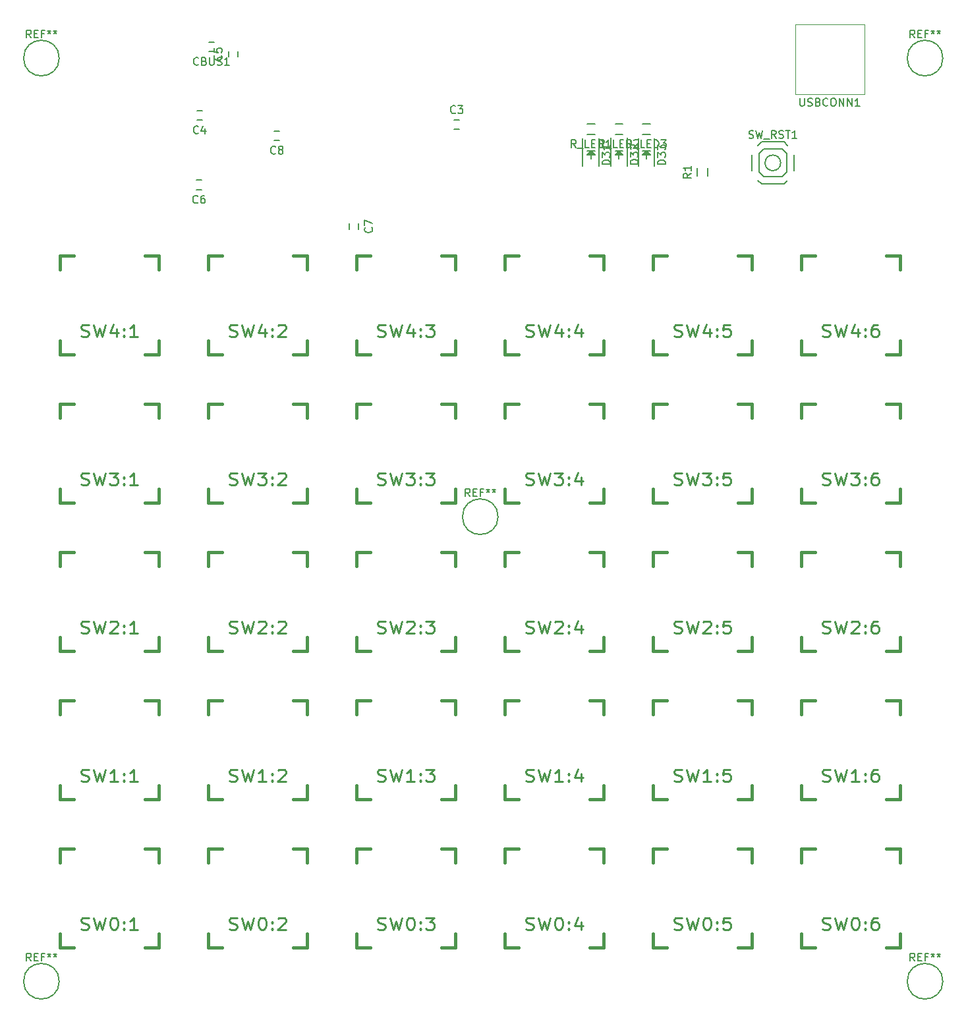
<source format=gto>
G04 #@! TF.FileFunction,Legend,Top*
%FSLAX46Y46*%
G04 Gerber Fmt 4.6, Leading zero omitted, Abs format (unit mm)*
G04 Created by KiCad (PCBNEW 4.0.3-stable) date 08/13/16 09:37:38*
%MOMM*%
%LPD*%
G01*
G04 APERTURE LIST*
%ADD10C,0.100000*%
%ADD11C,0.150000*%
%ADD12C,0.381000*%
%ADD13C,0.050000*%
%ADD14C,0.254000*%
G04 APERTURE END LIST*
D10*
D11*
X81788000Y-75692000D02*
G75*
G03X81788000Y-75692000I-2286000J0D01*
G01*
X25400000Y-135382000D02*
G75*
G03X25400000Y-135382000I-2286000J0D01*
G01*
X138938000Y-135382000D02*
G75*
G03X138938000Y-135382000I-2286000J0D01*
G01*
X25400000Y-16764000D02*
G75*
G03X25400000Y-16764000I-2286000J0D01*
G01*
D12*
X25499354Y-118368500D02*
X27277354Y-118368500D01*
X36421354Y-118368500D02*
X38199354Y-118368500D01*
X38199354Y-118368500D02*
X38199354Y-120146500D01*
X38199354Y-129290500D02*
X38199354Y-131068500D01*
X38199354Y-131068500D02*
X36421354Y-131068500D01*
X27277354Y-131068500D02*
X25499354Y-131068500D01*
X25499354Y-131068500D02*
X25499354Y-129290500D01*
X25499354Y-120146500D02*
X25499354Y-118368500D01*
X44549435Y-118368500D02*
X46327435Y-118368500D01*
X55471435Y-118368500D02*
X57249435Y-118368500D01*
X57249435Y-118368500D02*
X57249435Y-120146500D01*
X57249435Y-129290500D02*
X57249435Y-131068500D01*
X57249435Y-131068500D02*
X55471435Y-131068500D01*
X46327435Y-131068500D02*
X44549435Y-131068500D01*
X44549435Y-131068500D02*
X44549435Y-129290500D01*
X44549435Y-120146500D02*
X44549435Y-118368500D01*
X63599517Y-118368500D02*
X65377517Y-118368500D01*
X74521517Y-118368500D02*
X76299517Y-118368500D01*
X76299517Y-118368500D02*
X76299517Y-120146500D01*
X76299517Y-129290500D02*
X76299517Y-131068500D01*
X76299517Y-131068500D02*
X74521517Y-131068500D01*
X65377517Y-131068500D02*
X63599517Y-131068500D01*
X63599517Y-131068500D02*
X63599517Y-129290500D01*
X63599517Y-120146500D02*
X63599517Y-118368500D01*
X82649598Y-118368500D02*
X84427598Y-118368500D01*
X93571598Y-118368500D02*
X95349598Y-118368500D01*
X95349598Y-118368500D02*
X95349598Y-120146500D01*
X95349598Y-129290500D02*
X95349598Y-131068500D01*
X95349598Y-131068500D02*
X93571598Y-131068500D01*
X84427598Y-131068500D02*
X82649598Y-131068500D01*
X82649598Y-131068500D02*
X82649598Y-129290500D01*
X82649598Y-120146500D02*
X82649598Y-118368500D01*
X101699679Y-118368500D02*
X103477679Y-118368500D01*
X112621679Y-118368500D02*
X114399679Y-118368500D01*
X114399679Y-118368500D02*
X114399679Y-120146500D01*
X114399679Y-129290500D02*
X114399679Y-131068500D01*
X114399679Y-131068500D02*
X112621679Y-131068500D01*
X103477679Y-131068500D02*
X101699679Y-131068500D01*
X101699679Y-131068500D02*
X101699679Y-129290500D01*
X101699679Y-120146500D02*
X101699679Y-118368500D01*
X25499354Y-99318419D02*
X27277354Y-99318419D01*
X36421354Y-99318419D02*
X38199354Y-99318419D01*
X38199354Y-99318419D02*
X38199354Y-101096419D01*
X38199354Y-110240419D02*
X38199354Y-112018419D01*
X38199354Y-112018419D02*
X36421354Y-112018419D01*
X27277354Y-112018419D02*
X25499354Y-112018419D01*
X25499354Y-112018419D02*
X25499354Y-110240419D01*
X25499354Y-101096419D02*
X25499354Y-99318419D01*
X44549435Y-99318419D02*
X46327435Y-99318419D01*
X55471435Y-99318419D02*
X57249435Y-99318419D01*
X57249435Y-99318419D02*
X57249435Y-101096419D01*
X57249435Y-110240419D02*
X57249435Y-112018419D01*
X57249435Y-112018419D02*
X55471435Y-112018419D01*
X46327435Y-112018419D02*
X44549435Y-112018419D01*
X44549435Y-112018419D02*
X44549435Y-110240419D01*
X44549435Y-101096419D02*
X44549435Y-99318419D01*
X63599517Y-99318419D02*
X65377517Y-99318419D01*
X74521517Y-99318419D02*
X76299517Y-99318419D01*
X76299517Y-99318419D02*
X76299517Y-101096419D01*
X76299517Y-110240419D02*
X76299517Y-112018419D01*
X76299517Y-112018419D02*
X74521517Y-112018419D01*
X65377517Y-112018419D02*
X63599517Y-112018419D01*
X63599517Y-112018419D02*
X63599517Y-110240419D01*
X63599517Y-101096419D02*
X63599517Y-99318419D01*
X82649598Y-99318419D02*
X84427598Y-99318419D01*
X93571598Y-99318419D02*
X95349598Y-99318419D01*
X95349598Y-99318419D02*
X95349598Y-101096419D01*
X95349598Y-110240419D02*
X95349598Y-112018419D01*
X95349598Y-112018419D02*
X93571598Y-112018419D01*
X84427598Y-112018419D02*
X82649598Y-112018419D01*
X82649598Y-112018419D02*
X82649598Y-110240419D01*
X82649598Y-101096419D02*
X82649598Y-99318419D01*
X101699679Y-99318419D02*
X103477679Y-99318419D01*
X112621679Y-99318419D02*
X114399679Y-99318419D01*
X114399679Y-99318419D02*
X114399679Y-101096419D01*
X114399679Y-110240419D02*
X114399679Y-112018419D01*
X114399679Y-112018419D02*
X112621679Y-112018419D01*
X103477679Y-112018419D02*
X101699679Y-112018419D01*
X101699679Y-112018419D02*
X101699679Y-110240419D01*
X101699679Y-101096419D02*
X101699679Y-99318419D01*
X25499354Y-80268338D02*
X27277354Y-80268338D01*
X36421354Y-80268338D02*
X38199354Y-80268338D01*
X38199354Y-80268338D02*
X38199354Y-82046338D01*
X38199354Y-91190338D02*
X38199354Y-92968338D01*
X38199354Y-92968338D02*
X36421354Y-92968338D01*
X27277354Y-92968338D02*
X25499354Y-92968338D01*
X25499354Y-92968338D02*
X25499354Y-91190338D01*
X25499354Y-82046338D02*
X25499354Y-80268338D01*
X44549435Y-80268338D02*
X46327435Y-80268338D01*
X55471435Y-80268338D02*
X57249435Y-80268338D01*
X57249435Y-80268338D02*
X57249435Y-82046338D01*
X57249435Y-91190338D02*
X57249435Y-92968338D01*
X57249435Y-92968338D02*
X55471435Y-92968338D01*
X46327435Y-92968338D02*
X44549435Y-92968338D01*
X44549435Y-92968338D02*
X44549435Y-91190338D01*
X44549435Y-82046338D02*
X44549435Y-80268338D01*
X63599517Y-80268338D02*
X65377517Y-80268338D01*
X74521517Y-80268338D02*
X76299517Y-80268338D01*
X76299517Y-80268338D02*
X76299517Y-82046338D01*
X76299517Y-91190338D02*
X76299517Y-92968338D01*
X76299517Y-92968338D02*
X74521517Y-92968338D01*
X65377517Y-92968338D02*
X63599517Y-92968338D01*
X63599517Y-92968338D02*
X63599517Y-91190338D01*
X63599517Y-82046338D02*
X63599517Y-80268338D01*
X82649598Y-80268338D02*
X84427598Y-80268338D01*
X93571598Y-80268338D02*
X95349598Y-80268338D01*
X95349598Y-80268338D02*
X95349598Y-82046338D01*
X95349598Y-91190338D02*
X95349598Y-92968338D01*
X95349598Y-92968338D02*
X93571598Y-92968338D01*
X84427598Y-92968338D02*
X82649598Y-92968338D01*
X82649598Y-92968338D02*
X82649598Y-91190338D01*
X82649598Y-82046338D02*
X82649598Y-80268338D01*
X101699679Y-80268338D02*
X103477679Y-80268338D01*
X112621679Y-80268338D02*
X114399679Y-80268338D01*
X114399679Y-80268338D02*
X114399679Y-82046338D01*
X114399679Y-91190338D02*
X114399679Y-92968338D01*
X114399679Y-92968338D02*
X112621679Y-92968338D01*
X103477679Y-92968338D02*
X101699679Y-92968338D01*
X101699679Y-92968338D02*
X101699679Y-91190338D01*
X101699679Y-82046338D02*
X101699679Y-80268338D01*
X25499354Y-61218257D02*
X27277354Y-61218257D01*
X36421354Y-61218257D02*
X38199354Y-61218257D01*
X38199354Y-61218257D02*
X38199354Y-62996257D01*
X38199354Y-72140257D02*
X38199354Y-73918257D01*
X38199354Y-73918257D02*
X36421354Y-73918257D01*
X27277354Y-73918257D02*
X25499354Y-73918257D01*
X25499354Y-73918257D02*
X25499354Y-72140257D01*
X25499354Y-62996257D02*
X25499354Y-61218257D01*
X44549435Y-61218257D02*
X46327435Y-61218257D01*
X55471435Y-61218257D02*
X57249435Y-61218257D01*
X57249435Y-61218257D02*
X57249435Y-62996257D01*
X57249435Y-72140257D02*
X57249435Y-73918257D01*
X57249435Y-73918257D02*
X55471435Y-73918257D01*
X46327435Y-73918257D02*
X44549435Y-73918257D01*
X44549435Y-73918257D02*
X44549435Y-72140257D01*
X44549435Y-62996257D02*
X44549435Y-61218257D01*
X63599517Y-61218257D02*
X65377517Y-61218257D01*
X74521517Y-61218257D02*
X76299517Y-61218257D01*
X76299517Y-61218257D02*
X76299517Y-62996257D01*
X76299517Y-72140257D02*
X76299517Y-73918257D01*
X76299517Y-73918257D02*
X74521517Y-73918257D01*
X65377517Y-73918257D02*
X63599517Y-73918257D01*
X63599517Y-73918257D02*
X63599517Y-72140257D01*
X63599517Y-62996257D02*
X63599517Y-61218257D01*
X82649598Y-61218257D02*
X84427598Y-61218257D01*
X93571598Y-61218257D02*
X95349598Y-61218257D01*
X95349598Y-61218257D02*
X95349598Y-62996257D01*
X95349598Y-72140257D02*
X95349598Y-73918257D01*
X95349598Y-73918257D02*
X93571598Y-73918257D01*
X84427598Y-73918257D02*
X82649598Y-73918257D01*
X82649598Y-73918257D02*
X82649598Y-72140257D01*
X82649598Y-62996257D02*
X82649598Y-61218257D01*
X101699679Y-61218257D02*
X103477679Y-61218257D01*
X112621679Y-61218257D02*
X114399679Y-61218257D01*
X114399679Y-61218257D02*
X114399679Y-62996257D01*
X114399679Y-72140257D02*
X114399679Y-73918257D01*
X114399679Y-73918257D02*
X112621679Y-73918257D01*
X103477679Y-73918257D02*
X101699679Y-73918257D01*
X101699679Y-73918257D02*
X101699679Y-72140257D01*
X101699679Y-62996257D02*
X101699679Y-61218257D01*
X25499354Y-42168175D02*
X27277354Y-42168175D01*
X36421354Y-42168175D02*
X38199354Y-42168175D01*
X38199354Y-42168175D02*
X38199354Y-43946175D01*
X38199354Y-53090175D02*
X38199354Y-54868175D01*
X38199354Y-54868175D02*
X36421354Y-54868175D01*
X27277354Y-54868175D02*
X25499354Y-54868175D01*
X25499354Y-54868175D02*
X25499354Y-53090175D01*
X25499354Y-43946175D02*
X25499354Y-42168175D01*
X44549435Y-42168175D02*
X46327435Y-42168175D01*
X55471435Y-42168175D02*
X57249435Y-42168175D01*
X57249435Y-42168175D02*
X57249435Y-43946175D01*
X57249435Y-53090175D02*
X57249435Y-54868175D01*
X57249435Y-54868175D02*
X55471435Y-54868175D01*
X46327435Y-54868175D02*
X44549435Y-54868175D01*
X44549435Y-54868175D02*
X44549435Y-53090175D01*
X44549435Y-43946175D02*
X44549435Y-42168175D01*
X63599517Y-42168175D02*
X65377517Y-42168175D01*
X74521517Y-42168175D02*
X76299517Y-42168175D01*
X76299517Y-42168175D02*
X76299517Y-43946175D01*
X76299517Y-53090175D02*
X76299517Y-54868175D01*
X76299517Y-54868175D02*
X74521517Y-54868175D01*
X65377517Y-54868175D02*
X63599517Y-54868175D01*
X63599517Y-54868175D02*
X63599517Y-53090175D01*
X63599517Y-43946175D02*
X63599517Y-42168175D01*
X82649598Y-42168175D02*
X84427598Y-42168175D01*
X93571598Y-42168175D02*
X95349598Y-42168175D01*
X95349598Y-42168175D02*
X95349598Y-43946175D01*
X95349598Y-53090175D02*
X95349598Y-54868175D01*
X95349598Y-54868175D02*
X93571598Y-54868175D01*
X84427598Y-54868175D02*
X82649598Y-54868175D01*
X82649598Y-54868175D02*
X82649598Y-53090175D01*
X82649598Y-43946175D02*
X82649598Y-42168175D01*
X101699679Y-42168175D02*
X103477679Y-42168175D01*
X112621679Y-42168175D02*
X114399679Y-42168175D01*
X114399679Y-42168175D02*
X114399679Y-43946175D01*
X114399679Y-53090175D02*
X114399679Y-54868175D01*
X114399679Y-54868175D02*
X112621679Y-54868175D01*
X103477679Y-54868175D02*
X101699679Y-54868175D01*
X101699679Y-54868175D02*
X101699679Y-53090175D01*
X101699679Y-43946175D02*
X101699679Y-42168175D01*
X120749761Y-118368500D02*
X122527761Y-118368500D01*
X131671761Y-118368500D02*
X133449761Y-118368500D01*
X133449761Y-118368500D02*
X133449761Y-120146500D01*
X133449761Y-129290500D02*
X133449761Y-131068500D01*
X133449761Y-131068500D02*
X131671761Y-131068500D01*
X122527761Y-131068500D02*
X120749761Y-131068500D01*
X120749761Y-131068500D02*
X120749761Y-129290500D01*
X120749761Y-120146500D02*
X120749761Y-118368500D01*
X120749761Y-99318419D02*
X122527761Y-99318419D01*
X131671761Y-99318419D02*
X133449761Y-99318419D01*
X133449761Y-99318419D02*
X133449761Y-101096419D01*
X133449761Y-110240419D02*
X133449761Y-112018419D01*
X133449761Y-112018419D02*
X131671761Y-112018419D01*
X122527761Y-112018419D02*
X120749761Y-112018419D01*
X120749761Y-112018419D02*
X120749761Y-110240419D01*
X120749761Y-101096419D02*
X120749761Y-99318419D01*
X120749761Y-80268338D02*
X122527761Y-80268338D01*
X131671761Y-80268338D02*
X133449761Y-80268338D01*
X133449761Y-80268338D02*
X133449761Y-82046338D01*
X133449761Y-91190338D02*
X133449761Y-92968338D01*
X133449761Y-92968338D02*
X131671761Y-92968338D01*
X122527761Y-92968338D02*
X120749761Y-92968338D01*
X120749761Y-92968338D02*
X120749761Y-91190338D01*
X120749761Y-82046338D02*
X120749761Y-80268338D01*
X120749761Y-61218257D02*
X122527761Y-61218257D01*
X131671761Y-61218257D02*
X133449761Y-61218257D01*
X133449761Y-61218257D02*
X133449761Y-62996257D01*
X133449761Y-72140257D02*
X133449761Y-73918257D01*
X133449761Y-73918257D02*
X131671761Y-73918257D01*
X122527761Y-73918257D02*
X120749761Y-73918257D01*
X120749761Y-73918257D02*
X120749761Y-72140257D01*
X120749761Y-62996257D02*
X120749761Y-61218257D01*
X120749761Y-42168175D02*
X122527761Y-42168175D01*
X131671761Y-42168175D02*
X133449761Y-42168175D01*
X133449761Y-42168175D02*
X133449761Y-43946175D01*
X133449761Y-53090175D02*
X133449761Y-54868175D01*
X133449761Y-54868175D02*
X131671761Y-54868175D01*
X122527761Y-54868175D02*
X120749761Y-54868175D01*
X120749761Y-54868175D02*
X120749761Y-53090175D01*
X120749761Y-43946175D02*
X120749761Y-42168175D01*
D11*
X92667709Y-27043835D02*
X92667709Y-30643835D01*
X94767709Y-27043835D02*
X94767709Y-30643835D01*
X94017709Y-29093835D02*
X93417709Y-29093835D01*
X93417709Y-29093835D02*
X93717709Y-28793835D01*
X93717709Y-28793835D02*
X93917709Y-28993835D01*
X93917709Y-28993835D02*
X93667709Y-28993835D01*
X93667709Y-28993835D02*
X93717709Y-28943835D01*
X94217709Y-28693835D02*
X93217709Y-28693835D01*
X93717709Y-29193835D02*
X93717709Y-29693835D01*
X93717709Y-28693835D02*
X94217709Y-29193835D01*
X94217709Y-29193835D02*
X93217709Y-29193835D01*
X93217709Y-29193835D02*
X93717709Y-28693835D01*
X96284009Y-27020437D02*
X96284009Y-30620437D01*
X98384009Y-27020437D02*
X98384009Y-30620437D01*
X97634009Y-29070437D02*
X97034009Y-29070437D01*
X97034009Y-29070437D02*
X97334009Y-28770437D01*
X97334009Y-28770437D02*
X97534009Y-28970437D01*
X97534009Y-28970437D02*
X97284009Y-28970437D01*
X97284009Y-28970437D02*
X97334009Y-28920437D01*
X97834009Y-28670437D02*
X96834009Y-28670437D01*
X97334009Y-29170437D02*
X97334009Y-29670437D01*
X97334009Y-28670437D02*
X97834009Y-29170437D01*
X97834009Y-29170437D02*
X96834009Y-29170437D01*
X96834009Y-29170437D02*
X97334009Y-28670437D01*
X99800029Y-27043835D02*
X99800029Y-30643835D01*
X101900029Y-27043835D02*
X101900029Y-30643835D01*
X101150029Y-29093835D02*
X100550029Y-29093835D01*
X100550029Y-29093835D02*
X100850029Y-28793835D01*
X100850029Y-28793835D02*
X101050029Y-28993835D01*
X101050029Y-28993835D02*
X100800029Y-28993835D01*
X100800029Y-28993835D02*
X100850029Y-28943835D01*
X101350029Y-28693835D02*
X100350029Y-28693835D01*
X100850029Y-29193835D02*
X100850029Y-29693835D01*
X100850029Y-28693835D02*
X101350029Y-29193835D01*
X101350029Y-29193835D02*
X100350029Y-29193835D01*
X100350029Y-29193835D02*
X100850029Y-28693835D01*
D13*
X128910000Y-21446000D02*
X120010000Y-21446000D01*
X120010000Y-12446000D02*
X120010000Y-21446000D01*
X128910000Y-12446000D02*
X128910000Y-21446000D01*
X120010000Y-12446000D02*
X128910000Y-12446000D01*
D11*
X76131269Y-24730495D02*
X76831269Y-24730495D01*
X76831269Y-25930495D02*
X76131269Y-25930495D01*
X43784000Y-24730000D02*
X43084000Y-24730000D01*
X43084000Y-23530000D02*
X43784000Y-23530000D01*
X47152000Y-16606000D02*
X47152000Y-15906000D01*
X48352000Y-15906000D02*
X48352000Y-16606000D01*
X43728120Y-33660640D02*
X43028120Y-33660640D01*
X43028120Y-32460640D02*
X43728120Y-32460640D01*
X63886640Y-38039560D02*
X63886640Y-38739560D01*
X62686640Y-38739560D02*
X62686640Y-38039560D01*
X53710320Y-27341120D02*
X53010320Y-27341120D01*
X53010320Y-26141120D02*
X53710320Y-26141120D01*
X45308000Y-15923820D02*
X44608000Y-15923820D01*
X44608000Y-14723820D02*
X45308000Y-14723820D01*
X108703740Y-30914720D02*
X108703740Y-31914720D01*
X107353740Y-31914720D02*
X107353740Y-30914720D01*
X93217709Y-25249855D02*
X94217709Y-25249855D01*
X94217709Y-26599855D02*
X93217709Y-26599855D01*
X96834009Y-25221204D02*
X97834009Y-25221204D01*
X97834009Y-26571204D02*
X96834009Y-26571204D01*
X100350029Y-25249855D02*
X101350029Y-25249855D01*
X101350029Y-26599855D02*
X100350029Y-26599855D01*
X118094000Y-30226000D02*
G75*
G03X118094000Y-30226000I-1000000J0D01*
G01*
X115894000Y-28426000D02*
X118294000Y-28426000D01*
X115294000Y-29026000D02*
X115894000Y-28426000D01*
X115294000Y-31426000D02*
X115294000Y-29026000D01*
X115894000Y-32026000D02*
X115294000Y-31426000D01*
X118294000Y-32026000D02*
X115894000Y-32026000D01*
X118894000Y-31426000D02*
X118294000Y-32026000D01*
X118894000Y-29026000D02*
X118894000Y-31426000D01*
X118294000Y-28426000D02*
X118894000Y-29026000D01*
X115644000Y-27526000D02*
X118544000Y-27526000D01*
X115194000Y-27976000D02*
X115644000Y-27526000D01*
X114394000Y-31226000D02*
X114394000Y-29226000D01*
X115644000Y-32926000D02*
X115194000Y-32476000D01*
X118544000Y-32926000D02*
X115644000Y-32926000D01*
X118994000Y-32476000D02*
X118544000Y-32926000D01*
X119794000Y-29226000D02*
X119794000Y-31226000D01*
X118544000Y-27526000D02*
X118994000Y-27976000D01*
X138938000Y-16764000D02*
G75*
G03X138938000Y-16764000I-2286000J0D01*
G01*
X78168667Y-73096381D02*
X77835333Y-72620190D01*
X77597238Y-73096381D02*
X77597238Y-72096381D01*
X77978191Y-72096381D01*
X78073429Y-72144000D01*
X78121048Y-72191619D01*
X78168667Y-72286857D01*
X78168667Y-72429714D01*
X78121048Y-72524952D01*
X78073429Y-72572571D01*
X77978191Y-72620190D01*
X77597238Y-72620190D01*
X78597238Y-72572571D02*
X78930572Y-72572571D01*
X79073429Y-73096381D02*
X78597238Y-73096381D01*
X78597238Y-72096381D01*
X79073429Y-72096381D01*
X79835334Y-72572571D02*
X79502000Y-72572571D01*
X79502000Y-73096381D02*
X79502000Y-72096381D01*
X79978191Y-72096381D01*
X80502000Y-72096381D02*
X80502000Y-72334476D01*
X80263905Y-72239238D02*
X80502000Y-72334476D01*
X80740096Y-72239238D01*
X80359143Y-72524952D02*
X80502000Y-72334476D01*
X80644858Y-72524952D01*
X81263905Y-72096381D02*
X81263905Y-72334476D01*
X81025810Y-72239238D02*
X81263905Y-72334476D01*
X81502001Y-72239238D01*
X81121048Y-72524952D02*
X81263905Y-72334476D01*
X81406763Y-72524952D01*
X21780667Y-132786381D02*
X21447333Y-132310190D01*
X21209238Y-132786381D02*
X21209238Y-131786381D01*
X21590191Y-131786381D01*
X21685429Y-131834000D01*
X21733048Y-131881619D01*
X21780667Y-131976857D01*
X21780667Y-132119714D01*
X21733048Y-132214952D01*
X21685429Y-132262571D01*
X21590191Y-132310190D01*
X21209238Y-132310190D01*
X22209238Y-132262571D02*
X22542572Y-132262571D01*
X22685429Y-132786381D02*
X22209238Y-132786381D01*
X22209238Y-131786381D01*
X22685429Y-131786381D01*
X23447334Y-132262571D02*
X23114000Y-132262571D01*
X23114000Y-132786381D02*
X23114000Y-131786381D01*
X23590191Y-131786381D01*
X24114000Y-131786381D02*
X24114000Y-132024476D01*
X23875905Y-131929238D02*
X24114000Y-132024476D01*
X24352096Y-131929238D01*
X23971143Y-132214952D02*
X24114000Y-132024476D01*
X24256858Y-132214952D01*
X24875905Y-131786381D02*
X24875905Y-132024476D01*
X24637810Y-131929238D02*
X24875905Y-132024476D01*
X25114001Y-131929238D01*
X24733048Y-132214952D02*
X24875905Y-132024476D01*
X25018763Y-132214952D01*
X135318667Y-132786381D02*
X134985333Y-132310190D01*
X134747238Y-132786381D02*
X134747238Y-131786381D01*
X135128191Y-131786381D01*
X135223429Y-131834000D01*
X135271048Y-131881619D01*
X135318667Y-131976857D01*
X135318667Y-132119714D01*
X135271048Y-132214952D01*
X135223429Y-132262571D01*
X135128191Y-132310190D01*
X134747238Y-132310190D01*
X135747238Y-132262571D02*
X136080572Y-132262571D01*
X136223429Y-132786381D02*
X135747238Y-132786381D01*
X135747238Y-131786381D01*
X136223429Y-131786381D01*
X136985334Y-132262571D02*
X136652000Y-132262571D01*
X136652000Y-132786381D02*
X136652000Y-131786381D01*
X137128191Y-131786381D01*
X137652000Y-131786381D02*
X137652000Y-132024476D01*
X137413905Y-131929238D02*
X137652000Y-132024476D01*
X137890096Y-131929238D01*
X137509143Y-132214952D02*
X137652000Y-132024476D01*
X137794858Y-132214952D01*
X138413905Y-131786381D02*
X138413905Y-132024476D01*
X138175810Y-131929238D02*
X138413905Y-132024476D01*
X138652001Y-131929238D01*
X138271048Y-132214952D02*
X138413905Y-132024476D01*
X138556763Y-132214952D01*
X21780667Y-14168381D02*
X21447333Y-13692190D01*
X21209238Y-14168381D02*
X21209238Y-13168381D01*
X21590191Y-13168381D01*
X21685429Y-13216000D01*
X21733048Y-13263619D01*
X21780667Y-13358857D01*
X21780667Y-13501714D01*
X21733048Y-13596952D01*
X21685429Y-13644571D01*
X21590191Y-13692190D01*
X21209238Y-13692190D01*
X22209238Y-13644571D02*
X22542572Y-13644571D01*
X22685429Y-14168381D02*
X22209238Y-14168381D01*
X22209238Y-13168381D01*
X22685429Y-13168381D01*
X23447334Y-13644571D02*
X23114000Y-13644571D01*
X23114000Y-14168381D02*
X23114000Y-13168381D01*
X23590191Y-13168381D01*
X24114000Y-13168381D02*
X24114000Y-13406476D01*
X23875905Y-13311238D02*
X24114000Y-13406476D01*
X24352096Y-13311238D01*
X23971143Y-13596952D02*
X24114000Y-13406476D01*
X24256858Y-13596952D01*
X24875905Y-13168381D02*
X24875905Y-13406476D01*
X24637810Y-13311238D02*
X24875905Y-13406476D01*
X25114001Y-13311238D01*
X24733048Y-13596952D02*
X24875905Y-13406476D01*
X25018763Y-13596952D01*
D14*
X28213768Y-128657677D02*
X28467768Y-128730249D01*
X28891101Y-128730249D01*
X29060434Y-128657677D01*
X29145101Y-128585106D01*
X29229768Y-128439963D01*
X29229768Y-128294820D01*
X29145101Y-128149677D01*
X29060434Y-128077106D01*
X28891101Y-128004534D01*
X28552434Y-127931963D01*
X28383101Y-127859391D01*
X28298434Y-127786820D01*
X28213768Y-127641677D01*
X28213768Y-127496534D01*
X28298434Y-127351391D01*
X28383101Y-127278820D01*
X28552434Y-127206249D01*
X28975768Y-127206249D01*
X29229768Y-127278820D01*
X29822434Y-127206249D02*
X30245767Y-128730249D01*
X30584434Y-127641677D01*
X30923101Y-128730249D01*
X31346434Y-127206249D01*
X32362434Y-127206249D02*
X32531767Y-127206249D01*
X32701101Y-127278820D01*
X32785767Y-127351391D01*
X32870434Y-127496534D01*
X32955101Y-127786820D01*
X32955101Y-128149677D01*
X32870434Y-128439963D01*
X32785767Y-128585106D01*
X32701101Y-128657677D01*
X32531767Y-128730249D01*
X32362434Y-128730249D01*
X32193101Y-128657677D01*
X32108434Y-128585106D01*
X32023767Y-128439963D01*
X31939101Y-128149677D01*
X31939101Y-127786820D01*
X32023767Y-127496534D01*
X32108434Y-127351391D01*
X32193101Y-127278820D01*
X32362434Y-127206249D01*
X33717100Y-128585106D02*
X33801767Y-128657677D01*
X33717100Y-128730249D01*
X33632434Y-128657677D01*
X33717100Y-128585106D01*
X33717100Y-128730249D01*
X33717100Y-127786820D02*
X33801767Y-127859391D01*
X33717100Y-127931963D01*
X33632434Y-127859391D01*
X33717100Y-127786820D01*
X33717100Y-127931963D01*
X35495101Y-128730249D02*
X34479101Y-128730249D01*
X34987101Y-128730249D02*
X34987101Y-127206249D01*
X34817767Y-127423963D01*
X34648434Y-127569106D01*
X34479101Y-127641677D01*
X47263849Y-128657677D02*
X47517849Y-128730249D01*
X47941182Y-128730249D01*
X48110515Y-128657677D01*
X48195182Y-128585106D01*
X48279849Y-128439963D01*
X48279849Y-128294820D01*
X48195182Y-128149677D01*
X48110515Y-128077106D01*
X47941182Y-128004534D01*
X47602515Y-127931963D01*
X47433182Y-127859391D01*
X47348515Y-127786820D01*
X47263849Y-127641677D01*
X47263849Y-127496534D01*
X47348515Y-127351391D01*
X47433182Y-127278820D01*
X47602515Y-127206249D01*
X48025849Y-127206249D01*
X48279849Y-127278820D01*
X48872515Y-127206249D02*
X49295848Y-128730249D01*
X49634515Y-127641677D01*
X49973182Y-128730249D01*
X50396515Y-127206249D01*
X51412515Y-127206249D02*
X51581848Y-127206249D01*
X51751182Y-127278820D01*
X51835848Y-127351391D01*
X51920515Y-127496534D01*
X52005182Y-127786820D01*
X52005182Y-128149677D01*
X51920515Y-128439963D01*
X51835848Y-128585106D01*
X51751182Y-128657677D01*
X51581848Y-128730249D01*
X51412515Y-128730249D01*
X51243182Y-128657677D01*
X51158515Y-128585106D01*
X51073848Y-128439963D01*
X50989182Y-128149677D01*
X50989182Y-127786820D01*
X51073848Y-127496534D01*
X51158515Y-127351391D01*
X51243182Y-127278820D01*
X51412515Y-127206249D01*
X52767181Y-128585106D02*
X52851848Y-128657677D01*
X52767181Y-128730249D01*
X52682515Y-128657677D01*
X52767181Y-128585106D01*
X52767181Y-128730249D01*
X52767181Y-127786820D02*
X52851848Y-127859391D01*
X52767181Y-127931963D01*
X52682515Y-127859391D01*
X52767181Y-127786820D01*
X52767181Y-127931963D01*
X53529182Y-127351391D02*
X53613848Y-127278820D01*
X53783182Y-127206249D01*
X54206515Y-127206249D01*
X54375848Y-127278820D01*
X54460515Y-127351391D01*
X54545182Y-127496534D01*
X54545182Y-127641677D01*
X54460515Y-127859391D01*
X53444515Y-128730249D01*
X54545182Y-128730249D01*
X66313931Y-128657677D02*
X66567931Y-128730249D01*
X66991264Y-128730249D01*
X67160597Y-128657677D01*
X67245264Y-128585106D01*
X67329931Y-128439963D01*
X67329931Y-128294820D01*
X67245264Y-128149677D01*
X67160597Y-128077106D01*
X66991264Y-128004534D01*
X66652597Y-127931963D01*
X66483264Y-127859391D01*
X66398597Y-127786820D01*
X66313931Y-127641677D01*
X66313931Y-127496534D01*
X66398597Y-127351391D01*
X66483264Y-127278820D01*
X66652597Y-127206249D01*
X67075931Y-127206249D01*
X67329931Y-127278820D01*
X67922597Y-127206249D02*
X68345930Y-128730249D01*
X68684597Y-127641677D01*
X69023264Y-128730249D01*
X69446597Y-127206249D01*
X70462597Y-127206249D02*
X70631930Y-127206249D01*
X70801264Y-127278820D01*
X70885930Y-127351391D01*
X70970597Y-127496534D01*
X71055264Y-127786820D01*
X71055264Y-128149677D01*
X70970597Y-128439963D01*
X70885930Y-128585106D01*
X70801264Y-128657677D01*
X70631930Y-128730249D01*
X70462597Y-128730249D01*
X70293264Y-128657677D01*
X70208597Y-128585106D01*
X70123930Y-128439963D01*
X70039264Y-128149677D01*
X70039264Y-127786820D01*
X70123930Y-127496534D01*
X70208597Y-127351391D01*
X70293264Y-127278820D01*
X70462597Y-127206249D01*
X71817263Y-128585106D02*
X71901930Y-128657677D01*
X71817263Y-128730249D01*
X71732597Y-128657677D01*
X71817263Y-128585106D01*
X71817263Y-128730249D01*
X71817263Y-127786820D02*
X71901930Y-127859391D01*
X71817263Y-127931963D01*
X71732597Y-127859391D01*
X71817263Y-127786820D01*
X71817263Y-127931963D01*
X72494597Y-127206249D02*
X73595264Y-127206249D01*
X73002597Y-127786820D01*
X73256597Y-127786820D01*
X73425930Y-127859391D01*
X73510597Y-127931963D01*
X73595264Y-128077106D01*
X73595264Y-128439963D01*
X73510597Y-128585106D01*
X73425930Y-128657677D01*
X73256597Y-128730249D01*
X72748597Y-128730249D01*
X72579264Y-128657677D01*
X72494597Y-128585106D01*
X85364012Y-128657677D02*
X85618012Y-128730249D01*
X86041345Y-128730249D01*
X86210678Y-128657677D01*
X86295345Y-128585106D01*
X86380012Y-128439963D01*
X86380012Y-128294820D01*
X86295345Y-128149677D01*
X86210678Y-128077106D01*
X86041345Y-128004534D01*
X85702678Y-127931963D01*
X85533345Y-127859391D01*
X85448678Y-127786820D01*
X85364012Y-127641677D01*
X85364012Y-127496534D01*
X85448678Y-127351391D01*
X85533345Y-127278820D01*
X85702678Y-127206249D01*
X86126012Y-127206249D01*
X86380012Y-127278820D01*
X86972678Y-127206249D02*
X87396011Y-128730249D01*
X87734678Y-127641677D01*
X88073345Y-128730249D01*
X88496678Y-127206249D01*
X89512678Y-127206249D02*
X89682011Y-127206249D01*
X89851345Y-127278820D01*
X89936011Y-127351391D01*
X90020678Y-127496534D01*
X90105345Y-127786820D01*
X90105345Y-128149677D01*
X90020678Y-128439963D01*
X89936011Y-128585106D01*
X89851345Y-128657677D01*
X89682011Y-128730249D01*
X89512678Y-128730249D01*
X89343345Y-128657677D01*
X89258678Y-128585106D01*
X89174011Y-128439963D01*
X89089345Y-128149677D01*
X89089345Y-127786820D01*
X89174011Y-127496534D01*
X89258678Y-127351391D01*
X89343345Y-127278820D01*
X89512678Y-127206249D01*
X90867344Y-128585106D02*
X90952011Y-128657677D01*
X90867344Y-128730249D01*
X90782678Y-128657677D01*
X90867344Y-128585106D01*
X90867344Y-128730249D01*
X90867344Y-127786820D02*
X90952011Y-127859391D01*
X90867344Y-127931963D01*
X90782678Y-127859391D01*
X90867344Y-127786820D01*
X90867344Y-127931963D01*
X92476011Y-127714249D02*
X92476011Y-128730249D01*
X92052678Y-127133677D02*
X91629345Y-128222249D01*
X92730011Y-128222249D01*
X104414093Y-128657677D02*
X104668093Y-128730249D01*
X105091426Y-128730249D01*
X105260759Y-128657677D01*
X105345426Y-128585106D01*
X105430093Y-128439963D01*
X105430093Y-128294820D01*
X105345426Y-128149677D01*
X105260759Y-128077106D01*
X105091426Y-128004534D01*
X104752759Y-127931963D01*
X104583426Y-127859391D01*
X104498759Y-127786820D01*
X104414093Y-127641677D01*
X104414093Y-127496534D01*
X104498759Y-127351391D01*
X104583426Y-127278820D01*
X104752759Y-127206249D01*
X105176093Y-127206249D01*
X105430093Y-127278820D01*
X106022759Y-127206249D02*
X106446092Y-128730249D01*
X106784759Y-127641677D01*
X107123426Y-128730249D01*
X107546759Y-127206249D01*
X108562759Y-127206249D02*
X108732092Y-127206249D01*
X108901426Y-127278820D01*
X108986092Y-127351391D01*
X109070759Y-127496534D01*
X109155426Y-127786820D01*
X109155426Y-128149677D01*
X109070759Y-128439963D01*
X108986092Y-128585106D01*
X108901426Y-128657677D01*
X108732092Y-128730249D01*
X108562759Y-128730249D01*
X108393426Y-128657677D01*
X108308759Y-128585106D01*
X108224092Y-128439963D01*
X108139426Y-128149677D01*
X108139426Y-127786820D01*
X108224092Y-127496534D01*
X108308759Y-127351391D01*
X108393426Y-127278820D01*
X108562759Y-127206249D01*
X109917425Y-128585106D02*
X110002092Y-128657677D01*
X109917425Y-128730249D01*
X109832759Y-128657677D01*
X109917425Y-128585106D01*
X109917425Y-128730249D01*
X109917425Y-127786820D02*
X110002092Y-127859391D01*
X109917425Y-127931963D01*
X109832759Y-127859391D01*
X109917425Y-127786820D01*
X109917425Y-127931963D01*
X111610759Y-127206249D02*
X110764092Y-127206249D01*
X110679426Y-127931963D01*
X110764092Y-127859391D01*
X110933426Y-127786820D01*
X111356759Y-127786820D01*
X111526092Y-127859391D01*
X111610759Y-127931963D01*
X111695426Y-128077106D01*
X111695426Y-128439963D01*
X111610759Y-128585106D01*
X111526092Y-128657677D01*
X111356759Y-128730249D01*
X110933426Y-128730249D01*
X110764092Y-128657677D01*
X110679426Y-128585106D01*
X28213768Y-109607596D02*
X28467768Y-109680168D01*
X28891101Y-109680168D01*
X29060434Y-109607596D01*
X29145101Y-109535025D01*
X29229768Y-109389882D01*
X29229768Y-109244739D01*
X29145101Y-109099596D01*
X29060434Y-109027025D01*
X28891101Y-108954453D01*
X28552434Y-108881882D01*
X28383101Y-108809310D01*
X28298434Y-108736739D01*
X28213768Y-108591596D01*
X28213768Y-108446453D01*
X28298434Y-108301310D01*
X28383101Y-108228739D01*
X28552434Y-108156168D01*
X28975768Y-108156168D01*
X29229768Y-108228739D01*
X29822434Y-108156168D02*
X30245767Y-109680168D01*
X30584434Y-108591596D01*
X30923101Y-109680168D01*
X31346434Y-108156168D01*
X32955101Y-109680168D02*
X31939101Y-109680168D01*
X32447101Y-109680168D02*
X32447101Y-108156168D01*
X32277767Y-108373882D01*
X32108434Y-108519025D01*
X31939101Y-108591596D01*
X33717100Y-109535025D02*
X33801767Y-109607596D01*
X33717100Y-109680168D01*
X33632434Y-109607596D01*
X33717100Y-109535025D01*
X33717100Y-109680168D01*
X33717100Y-108736739D02*
X33801767Y-108809310D01*
X33717100Y-108881882D01*
X33632434Y-108809310D01*
X33717100Y-108736739D01*
X33717100Y-108881882D01*
X35495101Y-109680168D02*
X34479101Y-109680168D01*
X34987101Y-109680168D02*
X34987101Y-108156168D01*
X34817767Y-108373882D01*
X34648434Y-108519025D01*
X34479101Y-108591596D01*
X47263849Y-109607596D02*
X47517849Y-109680168D01*
X47941182Y-109680168D01*
X48110515Y-109607596D01*
X48195182Y-109535025D01*
X48279849Y-109389882D01*
X48279849Y-109244739D01*
X48195182Y-109099596D01*
X48110515Y-109027025D01*
X47941182Y-108954453D01*
X47602515Y-108881882D01*
X47433182Y-108809310D01*
X47348515Y-108736739D01*
X47263849Y-108591596D01*
X47263849Y-108446453D01*
X47348515Y-108301310D01*
X47433182Y-108228739D01*
X47602515Y-108156168D01*
X48025849Y-108156168D01*
X48279849Y-108228739D01*
X48872515Y-108156168D02*
X49295848Y-109680168D01*
X49634515Y-108591596D01*
X49973182Y-109680168D01*
X50396515Y-108156168D01*
X52005182Y-109680168D02*
X50989182Y-109680168D01*
X51497182Y-109680168D02*
X51497182Y-108156168D01*
X51327848Y-108373882D01*
X51158515Y-108519025D01*
X50989182Y-108591596D01*
X52767181Y-109535025D02*
X52851848Y-109607596D01*
X52767181Y-109680168D01*
X52682515Y-109607596D01*
X52767181Y-109535025D01*
X52767181Y-109680168D01*
X52767181Y-108736739D02*
X52851848Y-108809310D01*
X52767181Y-108881882D01*
X52682515Y-108809310D01*
X52767181Y-108736739D01*
X52767181Y-108881882D01*
X53529182Y-108301310D02*
X53613848Y-108228739D01*
X53783182Y-108156168D01*
X54206515Y-108156168D01*
X54375848Y-108228739D01*
X54460515Y-108301310D01*
X54545182Y-108446453D01*
X54545182Y-108591596D01*
X54460515Y-108809310D01*
X53444515Y-109680168D01*
X54545182Y-109680168D01*
X66313931Y-109607596D02*
X66567931Y-109680168D01*
X66991264Y-109680168D01*
X67160597Y-109607596D01*
X67245264Y-109535025D01*
X67329931Y-109389882D01*
X67329931Y-109244739D01*
X67245264Y-109099596D01*
X67160597Y-109027025D01*
X66991264Y-108954453D01*
X66652597Y-108881882D01*
X66483264Y-108809310D01*
X66398597Y-108736739D01*
X66313931Y-108591596D01*
X66313931Y-108446453D01*
X66398597Y-108301310D01*
X66483264Y-108228739D01*
X66652597Y-108156168D01*
X67075931Y-108156168D01*
X67329931Y-108228739D01*
X67922597Y-108156168D02*
X68345930Y-109680168D01*
X68684597Y-108591596D01*
X69023264Y-109680168D01*
X69446597Y-108156168D01*
X71055264Y-109680168D02*
X70039264Y-109680168D01*
X70547264Y-109680168D02*
X70547264Y-108156168D01*
X70377930Y-108373882D01*
X70208597Y-108519025D01*
X70039264Y-108591596D01*
X71817263Y-109535025D02*
X71901930Y-109607596D01*
X71817263Y-109680168D01*
X71732597Y-109607596D01*
X71817263Y-109535025D01*
X71817263Y-109680168D01*
X71817263Y-108736739D02*
X71901930Y-108809310D01*
X71817263Y-108881882D01*
X71732597Y-108809310D01*
X71817263Y-108736739D01*
X71817263Y-108881882D01*
X72494597Y-108156168D02*
X73595264Y-108156168D01*
X73002597Y-108736739D01*
X73256597Y-108736739D01*
X73425930Y-108809310D01*
X73510597Y-108881882D01*
X73595264Y-109027025D01*
X73595264Y-109389882D01*
X73510597Y-109535025D01*
X73425930Y-109607596D01*
X73256597Y-109680168D01*
X72748597Y-109680168D01*
X72579264Y-109607596D01*
X72494597Y-109535025D01*
X85364012Y-109607596D02*
X85618012Y-109680168D01*
X86041345Y-109680168D01*
X86210678Y-109607596D01*
X86295345Y-109535025D01*
X86380012Y-109389882D01*
X86380012Y-109244739D01*
X86295345Y-109099596D01*
X86210678Y-109027025D01*
X86041345Y-108954453D01*
X85702678Y-108881882D01*
X85533345Y-108809310D01*
X85448678Y-108736739D01*
X85364012Y-108591596D01*
X85364012Y-108446453D01*
X85448678Y-108301310D01*
X85533345Y-108228739D01*
X85702678Y-108156168D01*
X86126012Y-108156168D01*
X86380012Y-108228739D01*
X86972678Y-108156168D02*
X87396011Y-109680168D01*
X87734678Y-108591596D01*
X88073345Y-109680168D01*
X88496678Y-108156168D01*
X90105345Y-109680168D02*
X89089345Y-109680168D01*
X89597345Y-109680168D02*
X89597345Y-108156168D01*
X89428011Y-108373882D01*
X89258678Y-108519025D01*
X89089345Y-108591596D01*
X90867344Y-109535025D02*
X90952011Y-109607596D01*
X90867344Y-109680168D01*
X90782678Y-109607596D01*
X90867344Y-109535025D01*
X90867344Y-109680168D01*
X90867344Y-108736739D02*
X90952011Y-108809310D01*
X90867344Y-108881882D01*
X90782678Y-108809310D01*
X90867344Y-108736739D01*
X90867344Y-108881882D01*
X92476011Y-108664168D02*
X92476011Y-109680168D01*
X92052678Y-108083596D02*
X91629345Y-109172168D01*
X92730011Y-109172168D01*
X104414093Y-109607596D02*
X104668093Y-109680168D01*
X105091426Y-109680168D01*
X105260759Y-109607596D01*
X105345426Y-109535025D01*
X105430093Y-109389882D01*
X105430093Y-109244739D01*
X105345426Y-109099596D01*
X105260759Y-109027025D01*
X105091426Y-108954453D01*
X104752759Y-108881882D01*
X104583426Y-108809310D01*
X104498759Y-108736739D01*
X104414093Y-108591596D01*
X104414093Y-108446453D01*
X104498759Y-108301310D01*
X104583426Y-108228739D01*
X104752759Y-108156168D01*
X105176093Y-108156168D01*
X105430093Y-108228739D01*
X106022759Y-108156168D02*
X106446092Y-109680168D01*
X106784759Y-108591596D01*
X107123426Y-109680168D01*
X107546759Y-108156168D01*
X109155426Y-109680168D02*
X108139426Y-109680168D01*
X108647426Y-109680168D02*
X108647426Y-108156168D01*
X108478092Y-108373882D01*
X108308759Y-108519025D01*
X108139426Y-108591596D01*
X109917425Y-109535025D02*
X110002092Y-109607596D01*
X109917425Y-109680168D01*
X109832759Y-109607596D01*
X109917425Y-109535025D01*
X109917425Y-109680168D01*
X109917425Y-108736739D02*
X110002092Y-108809310D01*
X109917425Y-108881882D01*
X109832759Y-108809310D01*
X109917425Y-108736739D01*
X109917425Y-108881882D01*
X111610759Y-108156168D02*
X110764092Y-108156168D01*
X110679426Y-108881882D01*
X110764092Y-108809310D01*
X110933426Y-108736739D01*
X111356759Y-108736739D01*
X111526092Y-108809310D01*
X111610759Y-108881882D01*
X111695426Y-109027025D01*
X111695426Y-109389882D01*
X111610759Y-109535025D01*
X111526092Y-109607596D01*
X111356759Y-109680168D01*
X110933426Y-109680168D01*
X110764092Y-109607596D01*
X110679426Y-109535025D01*
X28213768Y-90557515D02*
X28467768Y-90630087D01*
X28891101Y-90630087D01*
X29060434Y-90557515D01*
X29145101Y-90484944D01*
X29229768Y-90339801D01*
X29229768Y-90194658D01*
X29145101Y-90049515D01*
X29060434Y-89976944D01*
X28891101Y-89904372D01*
X28552434Y-89831801D01*
X28383101Y-89759229D01*
X28298434Y-89686658D01*
X28213768Y-89541515D01*
X28213768Y-89396372D01*
X28298434Y-89251229D01*
X28383101Y-89178658D01*
X28552434Y-89106087D01*
X28975768Y-89106087D01*
X29229768Y-89178658D01*
X29822434Y-89106087D02*
X30245767Y-90630087D01*
X30584434Y-89541515D01*
X30923101Y-90630087D01*
X31346434Y-89106087D01*
X31939101Y-89251229D02*
X32023767Y-89178658D01*
X32193101Y-89106087D01*
X32616434Y-89106087D01*
X32785767Y-89178658D01*
X32870434Y-89251229D01*
X32955101Y-89396372D01*
X32955101Y-89541515D01*
X32870434Y-89759229D01*
X31854434Y-90630087D01*
X32955101Y-90630087D01*
X33717100Y-90484944D02*
X33801767Y-90557515D01*
X33717100Y-90630087D01*
X33632434Y-90557515D01*
X33717100Y-90484944D01*
X33717100Y-90630087D01*
X33717100Y-89686658D02*
X33801767Y-89759229D01*
X33717100Y-89831801D01*
X33632434Y-89759229D01*
X33717100Y-89686658D01*
X33717100Y-89831801D01*
X35495101Y-90630087D02*
X34479101Y-90630087D01*
X34987101Y-90630087D02*
X34987101Y-89106087D01*
X34817767Y-89323801D01*
X34648434Y-89468944D01*
X34479101Y-89541515D01*
X47263849Y-90557515D02*
X47517849Y-90630087D01*
X47941182Y-90630087D01*
X48110515Y-90557515D01*
X48195182Y-90484944D01*
X48279849Y-90339801D01*
X48279849Y-90194658D01*
X48195182Y-90049515D01*
X48110515Y-89976944D01*
X47941182Y-89904372D01*
X47602515Y-89831801D01*
X47433182Y-89759229D01*
X47348515Y-89686658D01*
X47263849Y-89541515D01*
X47263849Y-89396372D01*
X47348515Y-89251229D01*
X47433182Y-89178658D01*
X47602515Y-89106087D01*
X48025849Y-89106087D01*
X48279849Y-89178658D01*
X48872515Y-89106087D02*
X49295848Y-90630087D01*
X49634515Y-89541515D01*
X49973182Y-90630087D01*
X50396515Y-89106087D01*
X50989182Y-89251229D02*
X51073848Y-89178658D01*
X51243182Y-89106087D01*
X51666515Y-89106087D01*
X51835848Y-89178658D01*
X51920515Y-89251229D01*
X52005182Y-89396372D01*
X52005182Y-89541515D01*
X51920515Y-89759229D01*
X50904515Y-90630087D01*
X52005182Y-90630087D01*
X52767181Y-90484944D02*
X52851848Y-90557515D01*
X52767181Y-90630087D01*
X52682515Y-90557515D01*
X52767181Y-90484944D01*
X52767181Y-90630087D01*
X52767181Y-89686658D02*
X52851848Y-89759229D01*
X52767181Y-89831801D01*
X52682515Y-89759229D01*
X52767181Y-89686658D01*
X52767181Y-89831801D01*
X53529182Y-89251229D02*
X53613848Y-89178658D01*
X53783182Y-89106087D01*
X54206515Y-89106087D01*
X54375848Y-89178658D01*
X54460515Y-89251229D01*
X54545182Y-89396372D01*
X54545182Y-89541515D01*
X54460515Y-89759229D01*
X53444515Y-90630087D01*
X54545182Y-90630087D01*
X66313931Y-90557515D02*
X66567931Y-90630087D01*
X66991264Y-90630087D01*
X67160597Y-90557515D01*
X67245264Y-90484944D01*
X67329931Y-90339801D01*
X67329931Y-90194658D01*
X67245264Y-90049515D01*
X67160597Y-89976944D01*
X66991264Y-89904372D01*
X66652597Y-89831801D01*
X66483264Y-89759229D01*
X66398597Y-89686658D01*
X66313931Y-89541515D01*
X66313931Y-89396372D01*
X66398597Y-89251229D01*
X66483264Y-89178658D01*
X66652597Y-89106087D01*
X67075931Y-89106087D01*
X67329931Y-89178658D01*
X67922597Y-89106087D02*
X68345930Y-90630087D01*
X68684597Y-89541515D01*
X69023264Y-90630087D01*
X69446597Y-89106087D01*
X70039264Y-89251229D02*
X70123930Y-89178658D01*
X70293264Y-89106087D01*
X70716597Y-89106087D01*
X70885930Y-89178658D01*
X70970597Y-89251229D01*
X71055264Y-89396372D01*
X71055264Y-89541515D01*
X70970597Y-89759229D01*
X69954597Y-90630087D01*
X71055264Y-90630087D01*
X71817263Y-90484944D02*
X71901930Y-90557515D01*
X71817263Y-90630087D01*
X71732597Y-90557515D01*
X71817263Y-90484944D01*
X71817263Y-90630087D01*
X71817263Y-89686658D02*
X71901930Y-89759229D01*
X71817263Y-89831801D01*
X71732597Y-89759229D01*
X71817263Y-89686658D01*
X71817263Y-89831801D01*
X72494597Y-89106087D02*
X73595264Y-89106087D01*
X73002597Y-89686658D01*
X73256597Y-89686658D01*
X73425930Y-89759229D01*
X73510597Y-89831801D01*
X73595264Y-89976944D01*
X73595264Y-90339801D01*
X73510597Y-90484944D01*
X73425930Y-90557515D01*
X73256597Y-90630087D01*
X72748597Y-90630087D01*
X72579264Y-90557515D01*
X72494597Y-90484944D01*
X85364012Y-90557515D02*
X85618012Y-90630087D01*
X86041345Y-90630087D01*
X86210678Y-90557515D01*
X86295345Y-90484944D01*
X86380012Y-90339801D01*
X86380012Y-90194658D01*
X86295345Y-90049515D01*
X86210678Y-89976944D01*
X86041345Y-89904372D01*
X85702678Y-89831801D01*
X85533345Y-89759229D01*
X85448678Y-89686658D01*
X85364012Y-89541515D01*
X85364012Y-89396372D01*
X85448678Y-89251229D01*
X85533345Y-89178658D01*
X85702678Y-89106087D01*
X86126012Y-89106087D01*
X86380012Y-89178658D01*
X86972678Y-89106087D02*
X87396011Y-90630087D01*
X87734678Y-89541515D01*
X88073345Y-90630087D01*
X88496678Y-89106087D01*
X89089345Y-89251229D02*
X89174011Y-89178658D01*
X89343345Y-89106087D01*
X89766678Y-89106087D01*
X89936011Y-89178658D01*
X90020678Y-89251229D01*
X90105345Y-89396372D01*
X90105345Y-89541515D01*
X90020678Y-89759229D01*
X89004678Y-90630087D01*
X90105345Y-90630087D01*
X90867344Y-90484944D02*
X90952011Y-90557515D01*
X90867344Y-90630087D01*
X90782678Y-90557515D01*
X90867344Y-90484944D01*
X90867344Y-90630087D01*
X90867344Y-89686658D02*
X90952011Y-89759229D01*
X90867344Y-89831801D01*
X90782678Y-89759229D01*
X90867344Y-89686658D01*
X90867344Y-89831801D01*
X92476011Y-89614087D02*
X92476011Y-90630087D01*
X92052678Y-89033515D02*
X91629345Y-90122087D01*
X92730011Y-90122087D01*
X104414093Y-90557515D02*
X104668093Y-90630087D01*
X105091426Y-90630087D01*
X105260759Y-90557515D01*
X105345426Y-90484944D01*
X105430093Y-90339801D01*
X105430093Y-90194658D01*
X105345426Y-90049515D01*
X105260759Y-89976944D01*
X105091426Y-89904372D01*
X104752759Y-89831801D01*
X104583426Y-89759229D01*
X104498759Y-89686658D01*
X104414093Y-89541515D01*
X104414093Y-89396372D01*
X104498759Y-89251229D01*
X104583426Y-89178658D01*
X104752759Y-89106087D01*
X105176093Y-89106087D01*
X105430093Y-89178658D01*
X106022759Y-89106087D02*
X106446092Y-90630087D01*
X106784759Y-89541515D01*
X107123426Y-90630087D01*
X107546759Y-89106087D01*
X108139426Y-89251229D02*
X108224092Y-89178658D01*
X108393426Y-89106087D01*
X108816759Y-89106087D01*
X108986092Y-89178658D01*
X109070759Y-89251229D01*
X109155426Y-89396372D01*
X109155426Y-89541515D01*
X109070759Y-89759229D01*
X108054759Y-90630087D01*
X109155426Y-90630087D01*
X109917425Y-90484944D02*
X110002092Y-90557515D01*
X109917425Y-90630087D01*
X109832759Y-90557515D01*
X109917425Y-90484944D01*
X109917425Y-90630087D01*
X109917425Y-89686658D02*
X110002092Y-89759229D01*
X109917425Y-89831801D01*
X109832759Y-89759229D01*
X109917425Y-89686658D01*
X109917425Y-89831801D01*
X111610759Y-89106087D02*
X110764092Y-89106087D01*
X110679426Y-89831801D01*
X110764092Y-89759229D01*
X110933426Y-89686658D01*
X111356759Y-89686658D01*
X111526092Y-89759229D01*
X111610759Y-89831801D01*
X111695426Y-89976944D01*
X111695426Y-90339801D01*
X111610759Y-90484944D01*
X111526092Y-90557515D01*
X111356759Y-90630087D01*
X110933426Y-90630087D01*
X110764092Y-90557515D01*
X110679426Y-90484944D01*
X28213768Y-71507434D02*
X28467768Y-71580006D01*
X28891101Y-71580006D01*
X29060434Y-71507434D01*
X29145101Y-71434863D01*
X29229768Y-71289720D01*
X29229768Y-71144577D01*
X29145101Y-70999434D01*
X29060434Y-70926863D01*
X28891101Y-70854291D01*
X28552434Y-70781720D01*
X28383101Y-70709148D01*
X28298434Y-70636577D01*
X28213768Y-70491434D01*
X28213768Y-70346291D01*
X28298434Y-70201148D01*
X28383101Y-70128577D01*
X28552434Y-70056006D01*
X28975768Y-70056006D01*
X29229768Y-70128577D01*
X29822434Y-70056006D02*
X30245767Y-71580006D01*
X30584434Y-70491434D01*
X30923101Y-71580006D01*
X31346434Y-70056006D01*
X31854434Y-70056006D02*
X32955101Y-70056006D01*
X32362434Y-70636577D01*
X32616434Y-70636577D01*
X32785767Y-70709148D01*
X32870434Y-70781720D01*
X32955101Y-70926863D01*
X32955101Y-71289720D01*
X32870434Y-71434863D01*
X32785767Y-71507434D01*
X32616434Y-71580006D01*
X32108434Y-71580006D01*
X31939101Y-71507434D01*
X31854434Y-71434863D01*
X33717100Y-71434863D02*
X33801767Y-71507434D01*
X33717100Y-71580006D01*
X33632434Y-71507434D01*
X33717100Y-71434863D01*
X33717100Y-71580006D01*
X33717100Y-70636577D02*
X33801767Y-70709148D01*
X33717100Y-70781720D01*
X33632434Y-70709148D01*
X33717100Y-70636577D01*
X33717100Y-70781720D01*
X35495101Y-71580006D02*
X34479101Y-71580006D01*
X34987101Y-71580006D02*
X34987101Y-70056006D01*
X34817767Y-70273720D01*
X34648434Y-70418863D01*
X34479101Y-70491434D01*
X47263849Y-71507434D02*
X47517849Y-71580006D01*
X47941182Y-71580006D01*
X48110515Y-71507434D01*
X48195182Y-71434863D01*
X48279849Y-71289720D01*
X48279849Y-71144577D01*
X48195182Y-70999434D01*
X48110515Y-70926863D01*
X47941182Y-70854291D01*
X47602515Y-70781720D01*
X47433182Y-70709148D01*
X47348515Y-70636577D01*
X47263849Y-70491434D01*
X47263849Y-70346291D01*
X47348515Y-70201148D01*
X47433182Y-70128577D01*
X47602515Y-70056006D01*
X48025849Y-70056006D01*
X48279849Y-70128577D01*
X48872515Y-70056006D02*
X49295848Y-71580006D01*
X49634515Y-70491434D01*
X49973182Y-71580006D01*
X50396515Y-70056006D01*
X50904515Y-70056006D02*
X52005182Y-70056006D01*
X51412515Y-70636577D01*
X51666515Y-70636577D01*
X51835848Y-70709148D01*
X51920515Y-70781720D01*
X52005182Y-70926863D01*
X52005182Y-71289720D01*
X51920515Y-71434863D01*
X51835848Y-71507434D01*
X51666515Y-71580006D01*
X51158515Y-71580006D01*
X50989182Y-71507434D01*
X50904515Y-71434863D01*
X52767181Y-71434863D02*
X52851848Y-71507434D01*
X52767181Y-71580006D01*
X52682515Y-71507434D01*
X52767181Y-71434863D01*
X52767181Y-71580006D01*
X52767181Y-70636577D02*
X52851848Y-70709148D01*
X52767181Y-70781720D01*
X52682515Y-70709148D01*
X52767181Y-70636577D01*
X52767181Y-70781720D01*
X53529182Y-70201148D02*
X53613848Y-70128577D01*
X53783182Y-70056006D01*
X54206515Y-70056006D01*
X54375848Y-70128577D01*
X54460515Y-70201148D01*
X54545182Y-70346291D01*
X54545182Y-70491434D01*
X54460515Y-70709148D01*
X53444515Y-71580006D01*
X54545182Y-71580006D01*
X66313931Y-71507434D02*
X66567931Y-71580006D01*
X66991264Y-71580006D01*
X67160597Y-71507434D01*
X67245264Y-71434863D01*
X67329931Y-71289720D01*
X67329931Y-71144577D01*
X67245264Y-70999434D01*
X67160597Y-70926863D01*
X66991264Y-70854291D01*
X66652597Y-70781720D01*
X66483264Y-70709148D01*
X66398597Y-70636577D01*
X66313931Y-70491434D01*
X66313931Y-70346291D01*
X66398597Y-70201148D01*
X66483264Y-70128577D01*
X66652597Y-70056006D01*
X67075931Y-70056006D01*
X67329931Y-70128577D01*
X67922597Y-70056006D02*
X68345930Y-71580006D01*
X68684597Y-70491434D01*
X69023264Y-71580006D01*
X69446597Y-70056006D01*
X69954597Y-70056006D02*
X71055264Y-70056006D01*
X70462597Y-70636577D01*
X70716597Y-70636577D01*
X70885930Y-70709148D01*
X70970597Y-70781720D01*
X71055264Y-70926863D01*
X71055264Y-71289720D01*
X70970597Y-71434863D01*
X70885930Y-71507434D01*
X70716597Y-71580006D01*
X70208597Y-71580006D01*
X70039264Y-71507434D01*
X69954597Y-71434863D01*
X71817263Y-71434863D02*
X71901930Y-71507434D01*
X71817263Y-71580006D01*
X71732597Y-71507434D01*
X71817263Y-71434863D01*
X71817263Y-71580006D01*
X71817263Y-70636577D02*
X71901930Y-70709148D01*
X71817263Y-70781720D01*
X71732597Y-70709148D01*
X71817263Y-70636577D01*
X71817263Y-70781720D01*
X72494597Y-70056006D02*
X73595264Y-70056006D01*
X73002597Y-70636577D01*
X73256597Y-70636577D01*
X73425930Y-70709148D01*
X73510597Y-70781720D01*
X73595264Y-70926863D01*
X73595264Y-71289720D01*
X73510597Y-71434863D01*
X73425930Y-71507434D01*
X73256597Y-71580006D01*
X72748597Y-71580006D01*
X72579264Y-71507434D01*
X72494597Y-71434863D01*
X85364012Y-71507434D02*
X85618012Y-71580006D01*
X86041345Y-71580006D01*
X86210678Y-71507434D01*
X86295345Y-71434863D01*
X86380012Y-71289720D01*
X86380012Y-71144577D01*
X86295345Y-70999434D01*
X86210678Y-70926863D01*
X86041345Y-70854291D01*
X85702678Y-70781720D01*
X85533345Y-70709148D01*
X85448678Y-70636577D01*
X85364012Y-70491434D01*
X85364012Y-70346291D01*
X85448678Y-70201148D01*
X85533345Y-70128577D01*
X85702678Y-70056006D01*
X86126012Y-70056006D01*
X86380012Y-70128577D01*
X86972678Y-70056006D02*
X87396011Y-71580006D01*
X87734678Y-70491434D01*
X88073345Y-71580006D01*
X88496678Y-70056006D01*
X89004678Y-70056006D02*
X90105345Y-70056006D01*
X89512678Y-70636577D01*
X89766678Y-70636577D01*
X89936011Y-70709148D01*
X90020678Y-70781720D01*
X90105345Y-70926863D01*
X90105345Y-71289720D01*
X90020678Y-71434863D01*
X89936011Y-71507434D01*
X89766678Y-71580006D01*
X89258678Y-71580006D01*
X89089345Y-71507434D01*
X89004678Y-71434863D01*
X90867344Y-71434863D02*
X90952011Y-71507434D01*
X90867344Y-71580006D01*
X90782678Y-71507434D01*
X90867344Y-71434863D01*
X90867344Y-71580006D01*
X90867344Y-70636577D02*
X90952011Y-70709148D01*
X90867344Y-70781720D01*
X90782678Y-70709148D01*
X90867344Y-70636577D01*
X90867344Y-70781720D01*
X92476011Y-70564006D02*
X92476011Y-71580006D01*
X92052678Y-69983434D02*
X91629345Y-71072006D01*
X92730011Y-71072006D01*
X104414093Y-71507434D02*
X104668093Y-71580006D01*
X105091426Y-71580006D01*
X105260759Y-71507434D01*
X105345426Y-71434863D01*
X105430093Y-71289720D01*
X105430093Y-71144577D01*
X105345426Y-70999434D01*
X105260759Y-70926863D01*
X105091426Y-70854291D01*
X104752759Y-70781720D01*
X104583426Y-70709148D01*
X104498759Y-70636577D01*
X104414093Y-70491434D01*
X104414093Y-70346291D01*
X104498759Y-70201148D01*
X104583426Y-70128577D01*
X104752759Y-70056006D01*
X105176093Y-70056006D01*
X105430093Y-70128577D01*
X106022759Y-70056006D02*
X106446092Y-71580006D01*
X106784759Y-70491434D01*
X107123426Y-71580006D01*
X107546759Y-70056006D01*
X108054759Y-70056006D02*
X109155426Y-70056006D01*
X108562759Y-70636577D01*
X108816759Y-70636577D01*
X108986092Y-70709148D01*
X109070759Y-70781720D01*
X109155426Y-70926863D01*
X109155426Y-71289720D01*
X109070759Y-71434863D01*
X108986092Y-71507434D01*
X108816759Y-71580006D01*
X108308759Y-71580006D01*
X108139426Y-71507434D01*
X108054759Y-71434863D01*
X109917425Y-71434863D02*
X110002092Y-71507434D01*
X109917425Y-71580006D01*
X109832759Y-71507434D01*
X109917425Y-71434863D01*
X109917425Y-71580006D01*
X109917425Y-70636577D02*
X110002092Y-70709148D01*
X109917425Y-70781720D01*
X109832759Y-70709148D01*
X109917425Y-70636577D01*
X109917425Y-70781720D01*
X111610759Y-70056006D02*
X110764092Y-70056006D01*
X110679426Y-70781720D01*
X110764092Y-70709148D01*
X110933426Y-70636577D01*
X111356759Y-70636577D01*
X111526092Y-70709148D01*
X111610759Y-70781720D01*
X111695426Y-70926863D01*
X111695426Y-71289720D01*
X111610759Y-71434863D01*
X111526092Y-71507434D01*
X111356759Y-71580006D01*
X110933426Y-71580006D01*
X110764092Y-71507434D01*
X110679426Y-71434863D01*
X28213768Y-52457352D02*
X28467768Y-52529924D01*
X28891101Y-52529924D01*
X29060434Y-52457352D01*
X29145101Y-52384781D01*
X29229768Y-52239638D01*
X29229768Y-52094495D01*
X29145101Y-51949352D01*
X29060434Y-51876781D01*
X28891101Y-51804209D01*
X28552434Y-51731638D01*
X28383101Y-51659066D01*
X28298434Y-51586495D01*
X28213768Y-51441352D01*
X28213768Y-51296209D01*
X28298434Y-51151066D01*
X28383101Y-51078495D01*
X28552434Y-51005924D01*
X28975768Y-51005924D01*
X29229768Y-51078495D01*
X29822434Y-51005924D02*
X30245767Y-52529924D01*
X30584434Y-51441352D01*
X30923101Y-52529924D01*
X31346434Y-51005924D01*
X32785767Y-51513924D02*
X32785767Y-52529924D01*
X32362434Y-50933352D02*
X31939101Y-52021924D01*
X33039767Y-52021924D01*
X33717100Y-52384781D02*
X33801767Y-52457352D01*
X33717100Y-52529924D01*
X33632434Y-52457352D01*
X33717100Y-52384781D01*
X33717100Y-52529924D01*
X33717100Y-51586495D02*
X33801767Y-51659066D01*
X33717100Y-51731638D01*
X33632434Y-51659066D01*
X33717100Y-51586495D01*
X33717100Y-51731638D01*
X35495101Y-52529924D02*
X34479101Y-52529924D01*
X34987101Y-52529924D02*
X34987101Y-51005924D01*
X34817767Y-51223638D01*
X34648434Y-51368781D01*
X34479101Y-51441352D01*
X47263849Y-52457352D02*
X47517849Y-52529924D01*
X47941182Y-52529924D01*
X48110515Y-52457352D01*
X48195182Y-52384781D01*
X48279849Y-52239638D01*
X48279849Y-52094495D01*
X48195182Y-51949352D01*
X48110515Y-51876781D01*
X47941182Y-51804209D01*
X47602515Y-51731638D01*
X47433182Y-51659066D01*
X47348515Y-51586495D01*
X47263849Y-51441352D01*
X47263849Y-51296209D01*
X47348515Y-51151066D01*
X47433182Y-51078495D01*
X47602515Y-51005924D01*
X48025849Y-51005924D01*
X48279849Y-51078495D01*
X48872515Y-51005924D02*
X49295848Y-52529924D01*
X49634515Y-51441352D01*
X49973182Y-52529924D01*
X50396515Y-51005924D01*
X51835848Y-51513924D02*
X51835848Y-52529924D01*
X51412515Y-50933352D02*
X50989182Y-52021924D01*
X52089848Y-52021924D01*
X52767181Y-52384781D02*
X52851848Y-52457352D01*
X52767181Y-52529924D01*
X52682515Y-52457352D01*
X52767181Y-52384781D01*
X52767181Y-52529924D01*
X52767181Y-51586495D02*
X52851848Y-51659066D01*
X52767181Y-51731638D01*
X52682515Y-51659066D01*
X52767181Y-51586495D01*
X52767181Y-51731638D01*
X53529182Y-51151066D02*
X53613848Y-51078495D01*
X53783182Y-51005924D01*
X54206515Y-51005924D01*
X54375848Y-51078495D01*
X54460515Y-51151066D01*
X54545182Y-51296209D01*
X54545182Y-51441352D01*
X54460515Y-51659066D01*
X53444515Y-52529924D01*
X54545182Y-52529924D01*
X66313931Y-52457352D02*
X66567931Y-52529924D01*
X66991264Y-52529924D01*
X67160597Y-52457352D01*
X67245264Y-52384781D01*
X67329931Y-52239638D01*
X67329931Y-52094495D01*
X67245264Y-51949352D01*
X67160597Y-51876781D01*
X66991264Y-51804209D01*
X66652597Y-51731638D01*
X66483264Y-51659066D01*
X66398597Y-51586495D01*
X66313931Y-51441352D01*
X66313931Y-51296209D01*
X66398597Y-51151066D01*
X66483264Y-51078495D01*
X66652597Y-51005924D01*
X67075931Y-51005924D01*
X67329931Y-51078495D01*
X67922597Y-51005924D02*
X68345930Y-52529924D01*
X68684597Y-51441352D01*
X69023264Y-52529924D01*
X69446597Y-51005924D01*
X70885930Y-51513924D02*
X70885930Y-52529924D01*
X70462597Y-50933352D02*
X70039264Y-52021924D01*
X71139930Y-52021924D01*
X71817263Y-52384781D02*
X71901930Y-52457352D01*
X71817263Y-52529924D01*
X71732597Y-52457352D01*
X71817263Y-52384781D01*
X71817263Y-52529924D01*
X71817263Y-51586495D02*
X71901930Y-51659066D01*
X71817263Y-51731638D01*
X71732597Y-51659066D01*
X71817263Y-51586495D01*
X71817263Y-51731638D01*
X72494597Y-51005924D02*
X73595264Y-51005924D01*
X73002597Y-51586495D01*
X73256597Y-51586495D01*
X73425930Y-51659066D01*
X73510597Y-51731638D01*
X73595264Y-51876781D01*
X73595264Y-52239638D01*
X73510597Y-52384781D01*
X73425930Y-52457352D01*
X73256597Y-52529924D01*
X72748597Y-52529924D01*
X72579264Y-52457352D01*
X72494597Y-52384781D01*
X85364012Y-52457352D02*
X85618012Y-52529924D01*
X86041345Y-52529924D01*
X86210678Y-52457352D01*
X86295345Y-52384781D01*
X86380012Y-52239638D01*
X86380012Y-52094495D01*
X86295345Y-51949352D01*
X86210678Y-51876781D01*
X86041345Y-51804209D01*
X85702678Y-51731638D01*
X85533345Y-51659066D01*
X85448678Y-51586495D01*
X85364012Y-51441352D01*
X85364012Y-51296209D01*
X85448678Y-51151066D01*
X85533345Y-51078495D01*
X85702678Y-51005924D01*
X86126012Y-51005924D01*
X86380012Y-51078495D01*
X86972678Y-51005924D02*
X87396011Y-52529924D01*
X87734678Y-51441352D01*
X88073345Y-52529924D01*
X88496678Y-51005924D01*
X89936011Y-51513924D02*
X89936011Y-52529924D01*
X89512678Y-50933352D02*
X89089345Y-52021924D01*
X90190011Y-52021924D01*
X90867344Y-52384781D02*
X90952011Y-52457352D01*
X90867344Y-52529924D01*
X90782678Y-52457352D01*
X90867344Y-52384781D01*
X90867344Y-52529924D01*
X90867344Y-51586495D02*
X90952011Y-51659066D01*
X90867344Y-51731638D01*
X90782678Y-51659066D01*
X90867344Y-51586495D01*
X90867344Y-51731638D01*
X92476011Y-51513924D02*
X92476011Y-52529924D01*
X92052678Y-50933352D02*
X91629345Y-52021924D01*
X92730011Y-52021924D01*
X104414093Y-52457352D02*
X104668093Y-52529924D01*
X105091426Y-52529924D01*
X105260759Y-52457352D01*
X105345426Y-52384781D01*
X105430093Y-52239638D01*
X105430093Y-52094495D01*
X105345426Y-51949352D01*
X105260759Y-51876781D01*
X105091426Y-51804209D01*
X104752759Y-51731638D01*
X104583426Y-51659066D01*
X104498759Y-51586495D01*
X104414093Y-51441352D01*
X104414093Y-51296209D01*
X104498759Y-51151066D01*
X104583426Y-51078495D01*
X104752759Y-51005924D01*
X105176093Y-51005924D01*
X105430093Y-51078495D01*
X106022759Y-51005924D02*
X106446092Y-52529924D01*
X106784759Y-51441352D01*
X107123426Y-52529924D01*
X107546759Y-51005924D01*
X108986092Y-51513924D02*
X108986092Y-52529924D01*
X108562759Y-50933352D02*
X108139426Y-52021924D01*
X109240092Y-52021924D01*
X109917425Y-52384781D02*
X110002092Y-52457352D01*
X109917425Y-52529924D01*
X109832759Y-52457352D01*
X109917425Y-52384781D01*
X109917425Y-52529924D01*
X109917425Y-51586495D02*
X110002092Y-51659066D01*
X109917425Y-51731638D01*
X109832759Y-51659066D01*
X109917425Y-51586495D01*
X109917425Y-51731638D01*
X111610759Y-51005924D02*
X110764092Y-51005924D01*
X110679426Y-51731638D01*
X110764092Y-51659066D01*
X110933426Y-51586495D01*
X111356759Y-51586495D01*
X111526092Y-51659066D01*
X111610759Y-51731638D01*
X111695426Y-51876781D01*
X111695426Y-52239638D01*
X111610759Y-52384781D01*
X111526092Y-52457352D01*
X111356759Y-52529924D01*
X110933426Y-52529924D01*
X110764092Y-52457352D01*
X110679426Y-52384781D01*
X123464175Y-128657677D02*
X123718175Y-128730249D01*
X124141508Y-128730249D01*
X124310841Y-128657677D01*
X124395508Y-128585106D01*
X124480175Y-128439963D01*
X124480175Y-128294820D01*
X124395508Y-128149677D01*
X124310841Y-128077106D01*
X124141508Y-128004534D01*
X123802841Y-127931963D01*
X123633508Y-127859391D01*
X123548841Y-127786820D01*
X123464175Y-127641677D01*
X123464175Y-127496534D01*
X123548841Y-127351391D01*
X123633508Y-127278820D01*
X123802841Y-127206249D01*
X124226175Y-127206249D01*
X124480175Y-127278820D01*
X125072841Y-127206249D02*
X125496174Y-128730249D01*
X125834841Y-127641677D01*
X126173508Y-128730249D01*
X126596841Y-127206249D01*
X127612841Y-127206249D02*
X127782174Y-127206249D01*
X127951508Y-127278820D01*
X128036174Y-127351391D01*
X128120841Y-127496534D01*
X128205508Y-127786820D01*
X128205508Y-128149677D01*
X128120841Y-128439963D01*
X128036174Y-128585106D01*
X127951508Y-128657677D01*
X127782174Y-128730249D01*
X127612841Y-128730249D01*
X127443508Y-128657677D01*
X127358841Y-128585106D01*
X127274174Y-128439963D01*
X127189508Y-128149677D01*
X127189508Y-127786820D01*
X127274174Y-127496534D01*
X127358841Y-127351391D01*
X127443508Y-127278820D01*
X127612841Y-127206249D01*
X128967507Y-128585106D02*
X129052174Y-128657677D01*
X128967507Y-128730249D01*
X128882841Y-128657677D01*
X128967507Y-128585106D01*
X128967507Y-128730249D01*
X128967507Y-127786820D02*
X129052174Y-127859391D01*
X128967507Y-127931963D01*
X128882841Y-127859391D01*
X128967507Y-127786820D01*
X128967507Y-127931963D01*
X130576174Y-127206249D02*
X130237508Y-127206249D01*
X130068174Y-127278820D01*
X129983508Y-127351391D01*
X129814174Y-127569106D01*
X129729508Y-127859391D01*
X129729508Y-128439963D01*
X129814174Y-128585106D01*
X129898841Y-128657677D01*
X130068174Y-128730249D01*
X130406841Y-128730249D01*
X130576174Y-128657677D01*
X130660841Y-128585106D01*
X130745508Y-128439963D01*
X130745508Y-128077106D01*
X130660841Y-127931963D01*
X130576174Y-127859391D01*
X130406841Y-127786820D01*
X130068174Y-127786820D01*
X129898841Y-127859391D01*
X129814174Y-127931963D01*
X129729508Y-128077106D01*
X123464175Y-109607596D02*
X123718175Y-109680168D01*
X124141508Y-109680168D01*
X124310841Y-109607596D01*
X124395508Y-109535025D01*
X124480175Y-109389882D01*
X124480175Y-109244739D01*
X124395508Y-109099596D01*
X124310841Y-109027025D01*
X124141508Y-108954453D01*
X123802841Y-108881882D01*
X123633508Y-108809310D01*
X123548841Y-108736739D01*
X123464175Y-108591596D01*
X123464175Y-108446453D01*
X123548841Y-108301310D01*
X123633508Y-108228739D01*
X123802841Y-108156168D01*
X124226175Y-108156168D01*
X124480175Y-108228739D01*
X125072841Y-108156168D02*
X125496174Y-109680168D01*
X125834841Y-108591596D01*
X126173508Y-109680168D01*
X126596841Y-108156168D01*
X128205508Y-109680168D02*
X127189508Y-109680168D01*
X127697508Y-109680168D02*
X127697508Y-108156168D01*
X127528174Y-108373882D01*
X127358841Y-108519025D01*
X127189508Y-108591596D01*
X128967507Y-109535025D02*
X129052174Y-109607596D01*
X128967507Y-109680168D01*
X128882841Y-109607596D01*
X128967507Y-109535025D01*
X128967507Y-109680168D01*
X128967507Y-108736739D02*
X129052174Y-108809310D01*
X128967507Y-108881882D01*
X128882841Y-108809310D01*
X128967507Y-108736739D01*
X128967507Y-108881882D01*
X130576174Y-108156168D02*
X130237508Y-108156168D01*
X130068174Y-108228739D01*
X129983508Y-108301310D01*
X129814174Y-108519025D01*
X129729508Y-108809310D01*
X129729508Y-109389882D01*
X129814174Y-109535025D01*
X129898841Y-109607596D01*
X130068174Y-109680168D01*
X130406841Y-109680168D01*
X130576174Y-109607596D01*
X130660841Y-109535025D01*
X130745508Y-109389882D01*
X130745508Y-109027025D01*
X130660841Y-108881882D01*
X130576174Y-108809310D01*
X130406841Y-108736739D01*
X130068174Y-108736739D01*
X129898841Y-108809310D01*
X129814174Y-108881882D01*
X129729508Y-109027025D01*
X123464175Y-90557515D02*
X123718175Y-90630087D01*
X124141508Y-90630087D01*
X124310841Y-90557515D01*
X124395508Y-90484944D01*
X124480175Y-90339801D01*
X124480175Y-90194658D01*
X124395508Y-90049515D01*
X124310841Y-89976944D01*
X124141508Y-89904372D01*
X123802841Y-89831801D01*
X123633508Y-89759229D01*
X123548841Y-89686658D01*
X123464175Y-89541515D01*
X123464175Y-89396372D01*
X123548841Y-89251229D01*
X123633508Y-89178658D01*
X123802841Y-89106087D01*
X124226175Y-89106087D01*
X124480175Y-89178658D01*
X125072841Y-89106087D02*
X125496174Y-90630087D01*
X125834841Y-89541515D01*
X126173508Y-90630087D01*
X126596841Y-89106087D01*
X127189508Y-89251229D02*
X127274174Y-89178658D01*
X127443508Y-89106087D01*
X127866841Y-89106087D01*
X128036174Y-89178658D01*
X128120841Y-89251229D01*
X128205508Y-89396372D01*
X128205508Y-89541515D01*
X128120841Y-89759229D01*
X127104841Y-90630087D01*
X128205508Y-90630087D01*
X128967507Y-90484944D02*
X129052174Y-90557515D01*
X128967507Y-90630087D01*
X128882841Y-90557515D01*
X128967507Y-90484944D01*
X128967507Y-90630087D01*
X128967507Y-89686658D02*
X129052174Y-89759229D01*
X128967507Y-89831801D01*
X128882841Y-89759229D01*
X128967507Y-89686658D01*
X128967507Y-89831801D01*
X130576174Y-89106087D02*
X130237508Y-89106087D01*
X130068174Y-89178658D01*
X129983508Y-89251229D01*
X129814174Y-89468944D01*
X129729508Y-89759229D01*
X129729508Y-90339801D01*
X129814174Y-90484944D01*
X129898841Y-90557515D01*
X130068174Y-90630087D01*
X130406841Y-90630087D01*
X130576174Y-90557515D01*
X130660841Y-90484944D01*
X130745508Y-90339801D01*
X130745508Y-89976944D01*
X130660841Y-89831801D01*
X130576174Y-89759229D01*
X130406841Y-89686658D01*
X130068174Y-89686658D01*
X129898841Y-89759229D01*
X129814174Y-89831801D01*
X129729508Y-89976944D01*
X123464175Y-71507434D02*
X123718175Y-71580006D01*
X124141508Y-71580006D01*
X124310841Y-71507434D01*
X124395508Y-71434863D01*
X124480175Y-71289720D01*
X124480175Y-71144577D01*
X124395508Y-70999434D01*
X124310841Y-70926863D01*
X124141508Y-70854291D01*
X123802841Y-70781720D01*
X123633508Y-70709148D01*
X123548841Y-70636577D01*
X123464175Y-70491434D01*
X123464175Y-70346291D01*
X123548841Y-70201148D01*
X123633508Y-70128577D01*
X123802841Y-70056006D01*
X124226175Y-70056006D01*
X124480175Y-70128577D01*
X125072841Y-70056006D02*
X125496174Y-71580006D01*
X125834841Y-70491434D01*
X126173508Y-71580006D01*
X126596841Y-70056006D01*
X127104841Y-70056006D02*
X128205508Y-70056006D01*
X127612841Y-70636577D01*
X127866841Y-70636577D01*
X128036174Y-70709148D01*
X128120841Y-70781720D01*
X128205508Y-70926863D01*
X128205508Y-71289720D01*
X128120841Y-71434863D01*
X128036174Y-71507434D01*
X127866841Y-71580006D01*
X127358841Y-71580006D01*
X127189508Y-71507434D01*
X127104841Y-71434863D01*
X128967507Y-71434863D02*
X129052174Y-71507434D01*
X128967507Y-71580006D01*
X128882841Y-71507434D01*
X128967507Y-71434863D01*
X128967507Y-71580006D01*
X128967507Y-70636577D02*
X129052174Y-70709148D01*
X128967507Y-70781720D01*
X128882841Y-70709148D01*
X128967507Y-70636577D01*
X128967507Y-70781720D01*
X130576174Y-70056006D02*
X130237508Y-70056006D01*
X130068174Y-70128577D01*
X129983508Y-70201148D01*
X129814174Y-70418863D01*
X129729508Y-70709148D01*
X129729508Y-71289720D01*
X129814174Y-71434863D01*
X129898841Y-71507434D01*
X130068174Y-71580006D01*
X130406841Y-71580006D01*
X130576174Y-71507434D01*
X130660841Y-71434863D01*
X130745508Y-71289720D01*
X130745508Y-70926863D01*
X130660841Y-70781720D01*
X130576174Y-70709148D01*
X130406841Y-70636577D01*
X130068174Y-70636577D01*
X129898841Y-70709148D01*
X129814174Y-70781720D01*
X129729508Y-70926863D01*
X123464175Y-52457352D02*
X123718175Y-52529924D01*
X124141508Y-52529924D01*
X124310841Y-52457352D01*
X124395508Y-52384781D01*
X124480175Y-52239638D01*
X124480175Y-52094495D01*
X124395508Y-51949352D01*
X124310841Y-51876781D01*
X124141508Y-51804209D01*
X123802841Y-51731638D01*
X123633508Y-51659066D01*
X123548841Y-51586495D01*
X123464175Y-51441352D01*
X123464175Y-51296209D01*
X123548841Y-51151066D01*
X123633508Y-51078495D01*
X123802841Y-51005924D01*
X124226175Y-51005924D01*
X124480175Y-51078495D01*
X125072841Y-51005924D02*
X125496174Y-52529924D01*
X125834841Y-51441352D01*
X126173508Y-52529924D01*
X126596841Y-51005924D01*
X128036174Y-51513924D02*
X128036174Y-52529924D01*
X127612841Y-50933352D02*
X127189508Y-52021924D01*
X128290174Y-52021924D01*
X128967507Y-52384781D02*
X129052174Y-52457352D01*
X128967507Y-52529924D01*
X128882841Y-52457352D01*
X128967507Y-52384781D01*
X128967507Y-52529924D01*
X128967507Y-51586495D02*
X129052174Y-51659066D01*
X128967507Y-51731638D01*
X128882841Y-51659066D01*
X128967507Y-51586495D01*
X128967507Y-51731638D01*
X130576174Y-51005924D02*
X130237508Y-51005924D01*
X130068174Y-51078495D01*
X129983508Y-51151066D01*
X129814174Y-51368781D01*
X129729508Y-51659066D01*
X129729508Y-52239638D01*
X129814174Y-52384781D01*
X129898841Y-52457352D01*
X130068174Y-52529924D01*
X130406841Y-52529924D01*
X130576174Y-52457352D01*
X130660841Y-52384781D01*
X130745508Y-52239638D01*
X130745508Y-51876781D01*
X130660841Y-51731638D01*
X130576174Y-51659066D01*
X130406841Y-51586495D01*
X130068174Y-51586495D01*
X129898841Y-51659066D01*
X129814174Y-51731638D01*
X129729508Y-51876781D01*
D11*
X96170090Y-30408121D02*
X95170090Y-30408121D01*
X95170090Y-30170026D01*
X95217709Y-30027168D01*
X95312947Y-29931930D01*
X95408185Y-29884311D01*
X95598661Y-29836692D01*
X95741519Y-29836692D01*
X95931995Y-29884311D01*
X96027233Y-29931930D01*
X96122471Y-30027168D01*
X96170090Y-30170026D01*
X96170090Y-30408121D01*
X95170090Y-29503359D02*
X95170090Y-28884311D01*
X95551042Y-29217645D01*
X95551042Y-29074787D01*
X95598661Y-28979549D01*
X95646280Y-28931930D01*
X95741519Y-28884311D01*
X95979614Y-28884311D01*
X96074852Y-28931930D01*
X96122471Y-28979549D01*
X96170090Y-29074787D01*
X96170090Y-29360502D01*
X96122471Y-29455740D01*
X96074852Y-29503359D01*
X96170090Y-27931930D02*
X96170090Y-28503359D01*
X96170090Y-28217645D02*
X95170090Y-28217645D01*
X95312947Y-28312883D01*
X95408185Y-28408121D01*
X95455804Y-28503359D01*
X99786390Y-30384723D02*
X98786390Y-30384723D01*
X98786390Y-30146628D01*
X98834009Y-30003770D01*
X98929247Y-29908532D01*
X99024485Y-29860913D01*
X99214961Y-29813294D01*
X99357819Y-29813294D01*
X99548295Y-29860913D01*
X99643533Y-29908532D01*
X99738771Y-30003770D01*
X99786390Y-30146628D01*
X99786390Y-30384723D01*
X98786390Y-29479961D02*
X98786390Y-28860913D01*
X99167342Y-29194247D01*
X99167342Y-29051389D01*
X99214961Y-28956151D01*
X99262580Y-28908532D01*
X99357819Y-28860913D01*
X99595914Y-28860913D01*
X99691152Y-28908532D01*
X99738771Y-28956151D01*
X99786390Y-29051389D01*
X99786390Y-29337104D01*
X99738771Y-29432342D01*
X99691152Y-29479961D01*
X98881628Y-28479961D02*
X98834009Y-28432342D01*
X98786390Y-28337104D01*
X98786390Y-28099008D01*
X98834009Y-28003770D01*
X98881628Y-27956151D01*
X98976866Y-27908532D01*
X99072104Y-27908532D01*
X99214961Y-27956151D01*
X99786390Y-28527580D01*
X99786390Y-27908532D01*
X103302410Y-30408121D02*
X102302410Y-30408121D01*
X102302410Y-30170026D01*
X102350029Y-30027168D01*
X102445267Y-29931930D01*
X102540505Y-29884311D01*
X102730981Y-29836692D01*
X102873839Y-29836692D01*
X103064315Y-29884311D01*
X103159553Y-29931930D01*
X103254791Y-30027168D01*
X103302410Y-30170026D01*
X103302410Y-30408121D01*
X102302410Y-29503359D02*
X102302410Y-28884311D01*
X102683362Y-29217645D01*
X102683362Y-29074787D01*
X102730981Y-28979549D01*
X102778600Y-28931930D01*
X102873839Y-28884311D01*
X103111934Y-28884311D01*
X103207172Y-28931930D01*
X103254791Y-28979549D01*
X103302410Y-29074787D01*
X103302410Y-29360502D01*
X103254791Y-29455740D01*
X103207172Y-29503359D01*
X102302410Y-28550978D02*
X102302410Y-27931930D01*
X102683362Y-28265264D01*
X102683362Y-28122406D01*
X102730981Y-28027168D01*
X102778600Y-27979549D01*
X102873839Y-27931930D01*
X103111934Y-27931930D01*
X103207172Y-27979549D01*
X103254791Y-28027168D01*
X103302410Y-28122406D01*
X103302410Y-28408121D01*
X103254791Y-28503359D01*
X103207172Y-28550978D01*
X120580476Y-21938381D02*
X120580476Y-22747905D01*
X120628095Y-22843143D01*
X120675714Y-22890762D01*
X120770952Y-22938381D01*
X120961429Y-22938381D01*
X121056667Y-22890762D01*
X121104286Y-22843143D01*
X121151905Y-22747905D01*
X121151905Y-21938381D01*
X121580476Y-22890762D02*
X121723333Y-22938381D01*
X121961429Y-22938381D01*
X122056667Y-22890762D01*
X122104286Y-22843143D01*
X122151905Y-22747905D01*
X122151905Y-22652667D01*
X122104286Y-22557429D01*
X122056667Y-22509810D01*
X121961429Y-22462190D01*
X121770952Y-22414571D01*
X121675714Y-22366952D01*
X121628095Y-22319333D01*
X121580476Y-22224095D01*
X121580476Y-22128857D01*
X121628095Y-22033619D01*
X121675714Y-21986000D01*
X121770952Y-21938381D01*
X122009048Y-21938381D01*
X122151905Y-21986000D01*
X122913810Y-22414571D02*
X123056667Y-22462190D01*
X123104286Y-22509810D01*
X123151905Y-22605048D01*
X123151905Y-22747905D01*
X123104286Y-22843143D01*
X123056667Y-22890762D01*
X122961429Y-22938381D01*
X122580476Y-22938381D01*
X122580476Y-21938381D01*
X122913810Y-21938381D01*
X123009048Y-21986000D01*
X123056667Y-22033619D01*
X123104286Y-22128857D01*
X123104286Y-22224095D01*
X123056667Y-22319333D01*
X123009048Y-22366952D01*
X122913810Y-22414571D01*
X122580476Y-22414571D01*
X124151905Y-22843143D02*
X124104286Y-22890762D01*
X123961429Y-22938381D01*
X123866191Y-22938381D01*
X123723333Y-22890762D01*
X123628095Y-22795524D01*
X123580476Y-22700286D01*
X123532857Y-22509810D01*
X123532857Y-22366952D01*
X123580476Y-22176476D01*
X123628095Y-22081238D01*
X123723333Y-21986000D01*
X123866191Y-21938381D01*
X123961429Y-21938381D01*
X124104286Y-21986000D01*
X124151905Y-22033619D01*
X124770952Y-21938381D02*
X124961429Y-21938381D01*
X125056667Y-21986000D01*
X125151905Y-22081238D01*
X125199524Y-22271714D01*
X125199524Y-22605048D01*
X125151905Y-22795524D01*
X125056667Y-22890762D01*
X124961429Y-22938381D01*
X124770952Y-22938381D01*
X124675714Y-22890762D01*
X124580476Y-22795524D01*
X124532857Y-22605048D01*
X124532857Y-22271714D01*
X124580476Y-22081238D01*
X124675714Y-21986000D01*
X124770952Y-21938381D01*
X125628095Y-22938381D02*
X125628095Y-21938381D01*
X126199524Y-22938381D01*
X126199524Y-21938381D01*
X126675714Y-22938381D02*
X126675714Y-21938381D01*
X127247143Y-22938381D01*
X127247143Y-21938381D01*
X128247143Y-22938381D02*
X127675714Y-22938381D01*
X127961428Y-22938381D02*
X127961428Y-21938381D01*
X127866190Y-22081238D01*
X127770952Y-22176476D01*
X127675714Y-22224095D01*
X76314603Y-23787638D02*
X76266984Y-23835257D01*
X76124127Y-23882876D01*
X76028889Y-23882876D01*
X75886031Y-23835257D01*
X75790793Y-23740019D01*
X75743174Y-23644781D01*
X75695555Y-23454305D01*
X75695555Y-23311447D01*
X75743174Y-23120971D01*
X75790793Y-23025733D01*
X75886031Y-22930495D01*
X76028889Y-22882876D01*
X76124127Y-22882876D01*
X76266984Y-22930495D01*
X76314603Y-22978114D01*
X76647936Y-22882876D02*
X77266984Y-22882876D01*
X76933650Y-23263828D01*
X77076508Y-23263828D01*
X77171746Y-23311447D01*
X77219365Y-23359066D01*
X77266984Y-23454305D01*
X77266984Y-23692400D01*
X77219365Y-23787638D01*
X77171746Y-23835257D01*
X77076508Y-23882876D01*
X76790793Y-23882876D01*
X76695555Y-23835257D01*
X76647936Y-23787638D01*
X43267334Y-26387143D02*
X43219715Y-26434762D01*
X43076858Y-26482381D01*
X42981620Y-26482381D01*
X42838762Y-26434762D01*
X42743524Y-26339524D01*
X42695905Y-26244286D01*
X42648286Y-26053810D01*
X42648286Y-25910952D01*
X42695905Y-25720476D01*
X42743524Y-25625238D01*
X42838762Y-25530000D01*
X42981620Y-25482381D01*
X43076858Y-25482381D01*
X43219715Y-25530000D01*
X43267334Y-25577619D01*
X44124477Y-25815714D02*
X44124477Y-26482381D01*
X43886381Y-25434762D02*
X43648286Y-26149048D01*
X44267334Y-26149048D01*
X46209143Y-16422666D02*
X46256762Y-16470285D01*
X46304381Y-16613142D01*
X46304381Y-16708380D01*
X46256762Y-16851238D01*
X46161524Y-16946476D01*
X46066286Y-16994095D01*
X45875810Y-17041714D01*
X45732952Y-17041714D01*
X45542476Y-16994095D01*
X45447238Y-16946476D01*
X45352000Y-16851238D01*
X45304381Y-16708380D01*
X45304381Y-16613142D01*
X45352000Y-16470285D01*
X45399619Y-16422666D01*
X45304381Y-15517904D02*
X45304381Y-15994095D01*
X45780571Y-16041714D01*
X45732952Y-15994095D01*
X45685333Y-15898857D01*
X45685333Y-15660761D01*
X45732952Y-15565523D01*
X45780571Y-15517904D01*
X45875810Y-15470285D01*
X46113905Y-15470285D01*
X46209143Y-15517904D01*
X46256762Y-15565523D01*
X46304381Y-15660761D01*
X46304381Y-15898857D01*
X46256762Y-15994095D01*
X46209143Y-16041714D01*
X43211454Y-35317783D02*
X43163835Y-35365402D01*
X43020978Y-35413021D01*
X42925740Y-35413021D01*
X42782882Y-35365402D01*
X42687644Y-35270164D01*
X42640025Y-35174926D01*
X42592406Y-34984450D01*
X42592406Y-34841592D01*
X42640025Y-34651116D01*
X42687644Y-34555878D01*
X42782882Y-34460640D01*
X42925740Y-34413021D01*
X43020978Y-34413021D01*
X43163835Y-34460640D01*
X43211454Y-34508259D01*
X44068597Y-34413021D02*
X43878120Y-34413021D01*
X43782882Y-34460640D01*
X43735263Y-34508259D01*
X43640025Y-34651116D01*
X43592406Y-34841592D01*
X43592406Y-35222545D01*
X43640025Y-35317783D01*
X43687644Y-35365402D01*
X43782882Y-35413021D01*
X43973359Y-35413021D01*
X44068597Y-35365402D01*
X44116216Y-35317783D01*
X44163835Y-35222545D01*
X44163835Y-34984450D01*
X44116216Y-34889211D01*
X44068597Y-34841592D01*
X43973359Y-34793973D01*
X43782882Y-34793973D01*
X43687644Y-34841592D01*
X43640025Y-34889211D01*
X43592406Y-34984450D01*
X65543783Y-38556226D02*
X65591402Y-38603845D01*
X65639021Y-38746702D01*
X65639021Y-38841940D01*
X65591402Y-38984798D01*
X65496164Y-39080036D01*
X65400926Y-39127655D01*
X65210450Y-39175274D01*
X65067592Y-39175274D01*
X64877116Y-39127655D01*
X64781878Y-39080036D01*
X64686640Y-38984798D01*
X64639021Y-38841940D01*
X64639021Y-38746702D01*
X64686640Y-38603845D01*
X64734259Y-38556226D01*
X64639021Y-38222893D02*
X64639021Y-37556226D01*
X65639021Y-37984798D01*
X53193654Y-28998263D02*
X53146035Y-29045882D01*
X53003178Y-29093501D01*
X52907940Y-29093501D01*
X52765082Y-29045882D01*
X52669844Y-28950644D01*
X52622225Y-28855406D01*
X52574606Y-28664930D01*
X52574606Y-28522072D01*
X52622225Y-28331596D01*
X52669844Y-28236358D01*
X52765082Y-28141120D01*
X52907940Y-28093501D01*
X53003178Y-28093501D01*
X53146035Y-28141120D01*
X53193654Y-28188739D01*
X53765082Y-28522072D02*
X53669844Y-28474453D01*
X53622225Y-28426834D01*
X53574606Y-28331596D01*
X53574606Y-28283977D01*
X53622225Y-28188739D01*
X53669844Y-28141120D01*
X53765082Y-28093501D01*
X53955559Y-28093501D01*
X54050797Y-28141120D01*
X54098416Y-28188739D01*
X54146035Y-28283977D01*
X54146035Y-28331596D01*
X54098416Y-28426834D01*
X54050797Y-28474453D01*
X53955559Y-28522072D01*
X53765082Y-28522072D01*
X53669844Y-28569691D01*
X53622225Y-28617310D01*
X53574606Y-28712549D01*
X53574606Y-28903025D01*
X53622225Y-28998263D01*
X53669844Y-29045882D01*
X53765082Y-29093501D01*
X53955559Y-29093501D01*
X54050797Y-29045882D01*
X54098416Y-28998263D01*
X54146035Y-28903025D01*
X54146035Y-28712549D01*
X54098416Y-28617310D01*
X54050797Y-28569691D01*
X53955559Y-28522072D01*
X43291334Y-17580963D02*
X43243715Y-17628582D01*
X43100858Y-17676201D01*
X43005620Y-17676201D01*
X42862762Y-17628582D01*
X42767524Y-17533344D01*
X42719905Y-17438106D01*
X42672286Y-17247630D01*
X42672286Y-17104772D01*
X42719905Y-16914296D01*
X42767524Y-16819058D01*
X42862762Y-16723820D01*
X43005620Y-16676201D01*
X43100858Y-16676201D01*
X43243715Y-16723820D01*
X43291334Y-16771439D01*
X44053239Y-17152391D02*
X44196096Y-17200010D01*
X44243715Y-17247630D01*
X44291334Y-17342868D01*
X44291334Y-17485725D01*
X44243715Y-17580963D01*
X44196096Y-17628582D01*
X44100858Y-17676201D01*
X43719905Y-17676201D01*
X43719905Y-16676201D01*
X44053239Y-16676201D01*
X44148477Y-16723820D01*
X44196096Y-16771439D01*
X44243715Y-16866677D01*
X44243715Y-16961915D01*
X44196096Y-17057153D01*
X44148477Y-17104772D01*
X44053239Y-17152391D01*
X43719905Y-17152391D01*
X44719905Y-16676201D02*
X44719905Y-17485725D01*
X44767524Y-17580963D01*
X44815143Y-17628582D01*
X44910381Y-17676201D01*
X45100858Y-17676201D01*
X45196096Y-17628582D01*
X45243715Y-17580963D01*
X45291334Y-17485725D01*
X45291334Y-16676201D01*
X45719905Y-17628582D02*
X45862762Y-17676201D01*
X46100858Y-17676201D01*
X46196096Y-17628582D01*
X46243715Y-17580963D01*
X46291334Y-17485725D01*
X46291334Y-17390487D01*
X46243715Y-17295249D01*
X46196096Y-17247630D01*
X46100858Y-17200010D01*
X45910381Y-17152391D01*
X45815143Y-17104772D01*
X45767524Y-17057153D01*
X45719905Y-16961915D01*
X45719905Y-16866677D01*
X45767524Y-16771439D01*
X45815143Y-16723820D01*
X45910381Y-16676201D01*
X46148477Y-16676201D01*
X46291334Y-16723820D01*
X47243715Y-17676201D02*
X46672286Y-17676201D01*
X46958000Y-17676201D02*
X46958000Y-16676201D01*
X46862762Y-16819058D01*
X46767524Y-16914296D01*
X46672286Y-16961915D01*
X106581121Y-31581386D02*
X106104930Y-31914720D01*
X106581121Y-32152815D02*
X105581121Y-32152815D01*
X105581121Y-31771862D01*
X105628740Y-31676624D01*
X105676359Y-31629005D01*
X105771597Y-31581386D01*
X105914454Y-31581386D01*
X106009692Y-31629005D01*
X106057311Y-31676624D01*
X106104930Y-31771862D01*
X106104930Y-32152815D01*
X106581121Y-30629005D02*
X106581121Y-31200434D01*
X106581121Y-30914720D02*
X105581121Y-30914720D01*
X105723978Y-31009958D01*
X105819216Y-31105196D01*
X105866835Y-31200434D01*
X91812947Y-28277236D02*
X91479613Y-27801045D01*
X91241518Y-28277236D02*
X91241518Y-27277236D01*
X91622471Y-27277236D01*
X91717709Y-27324855D01*
X91765328Y-27372474D01*
X91812947Y-27467712D01*
X91812947Y-27610569D01*
X91765328Y-27705807D01*
X91717709Y-27753426D01*
X91622471Y-27801045D01*
X91241518Y-27801045D01*
X92003423Y-28372474D02*
X92765328Y-28372474D01*
X93479614Y-28277236D02*
X93003423Y-28277236D01*
X93003423Y-27277236D01*
X93812947Y-27753426D02*
X94146281Y-27753426D01*
X94289138Y-28277236D02*
X93812947Y-28277236D01*
X93812947Y-27277236D01*
X94289138Y-27277236D01*
X94717709Y-28277236D02*
X94717709Y-27277236D01*
X94955804Y-27277236D01*
X95098662Y-27324855D01*
X95193900Y-27420093D01*
X95241519Y-27515331D01*
X95289138Y-27705807D01*
X95289138Y-27848665D01*
X95241519Y-28039141D01*
X95193900Y-28134379D01*
X95098662Y-28229617D01*
X94955804Y-28277236D01*
X94717709Y-28277236D01*
X96241519Y-28277236D02*
X95670090Y-28277236D01*
X95955804Y-28277236D02*
X95955804Y-27277236D01*
X95860566Y-27420093D01*
X95765328Y-27515331D01*
X95670090Y-27562950D01*
X95429247Y-28248585D02*
X95095913Y-27772394D01*
X94857818Y-28248585D02*
X94857818Y-27248585D01*
X95238771Y-27248585D01*
X95334009Y-27296204D01*
X95381628Y-27343823D01*
X95429247Y-27439061D01*
X95429247Y-27581918D01*
X95381628Y-27677156D01*
X95334009Y-27724775D01*
X95238771Y-27772394D01*
X94857818Y-27772394D01*
X95619723Y-28343823D02*
X96381628Y-28343823D01*
X97095914Y-28248585D02*
X96619723Y-28248585D01*
X96619723Y-27248585D01*
X97429247Y-27724775D02*
X97762581Y-27724775D01*
X97905438Y-28248585D02*
X97429247Y-28248585D01*
X97429247Y-27248585D01*
X97905438Y-27248585D01*
X98334009Y-28248585D02*
X98334009Y-27248585D01*
X98572104Y-27248585D01*
X98714962Y-27296204D01*
X98810200Y-27391442D01*
X98857819Y-27486680D01*
X98905438Y-27677156D01*
X98905438Y-27820014D01*
X98857819Y-28010490D01*
X98810200Y-28105728D01*
X98714962Y-28200966D01*
X98572104Y-28248585D01*
X98334009Y-28248585D01*
X99286390Y-27343823D02*
X99334009Y-27296204D01*
X99429247Y-27248585D01*
X99667343Y-27248585D01*
X99762581Y-27296204D01*
X99810200Y-27343823D01*
X99857819Y-27439061D01*
X99857819Y-27534299D01*
X99810200Y-27677156D01*
X99238771Y-28248585D01*
X99857819Y-28248585D01*
X98945267Y-28277236D02*
X98611933Y-27801045D01*
X98373838Y-28277236D02*
X98373838Y-27277236D01*
X98754791Y-27277236D01*
X98850029Y-27324855D01*
X98897648Y-27372474D01*
X98945267Y-27467712D01*
X98945267Y-27610569D01*
X98897648Y-27705807D01*
X98850029Y-27753426D01*
X98754791Y-27801045D01*
X98373838Y-27801045D01*
X99135743Y-28372474D02*
X99897648Y-28372474D01*
X100611934Y-28277236D02*
X100135743Y-28277236D01*
X100135743Y-27277236D01*
X100945267Y-27753426D02*
X101278601Y-27753426D01*
X101421458Y-28277236D02*
X100945267Y-28277236D01*
X100945267Y-27277236D01*
X101421458Y-27277236D01*
X101850029Y-28277236D02*
X101850029Y-27277236D01*
X102088124Y-27277236D01*
X102230982Y-27324855D01*
X102326220Y-27420093D01*
X102373839Y-27515331D01*
X102421458Y-27705807D01*
X102421458Y-27848665D01*
X102373839Y-28039141D01*
X102326220Y-28134379D01*
X102230982Y-28229617D01*
X102088124Y-28277236D01*
X101850029Y-28277236D01*
X102754791Y-27277236D02*
X103373839Y-27277236D01*
X103040505Y-27658188D01*
X103183363Y-27658188D01*
X103278601Y-27705807D01*
X103326220Y-27753426D01*
X103373839Y-27848665D01*
X103373839Y-28086760D01*
X103326220Y-28181998D01*
X103278601Y-28229617D01*
X103183363Y-28277236D01*
X102897648Y-28277236D01*
X102802410Y-28229617D01*
X102754791Y-28181998D01*
X114022571Y-27030762D02*
X114165428Y-27078381D01*
X114403524Y-27078381D01*
X114498762Y-27030762D01*
X114546381Y-26983143D01*
X114594000Y-26887905D01*
X114594000Y-26792667D01*
X114546381Y-26697429D01*
X114498762Y-26649810D01*
X114403524Y-26602190D01*
X114213047Y-26554571D01*
X114117809Y-26506952D01*
X114070190Y-26459333D01*
X114022571Y-26364095D01*
X114022571Y-26268857D01*
X114070190Y-26173619D01*
X114117809Y-26126000D01*
X114213047Y-26078381D01*
X114451143Y-26078381D01*
X114594000Y-26126000D01*
X114927333Y-26078381D02*
X115165428Y-27078381D01*
X115355905Y-26364095D01*
X115546381Y-27078381D01*
X115784476Y-26078381D01*
X115927333Y-27173619D02*
X116689238Y-27173619D01*
X117498762Y-27078381D02*
X117165428Y-26602190D01*
X116927333Y-27078381D02*
X116927333Y-26078381D01*
X117308286Y-26078381D01*
X117403524Y-26126000D01*
X117451143Y-26173619D01*
X117498762Y-26268857D01*
X117498762Y-26411714D01*
X117451143Y-26506952D01*
X117403524Y-26554571D01*
X117308286Y-26602190D01*
X116927333Y-26602190D01*
X117879714Y-27030762D02*
X118022571Y-27078381D01*
X118260667Y-27078381D01*
X118355905Y-27030762D01*
X118403524Y-26983143D01*
X118451143Y-26887905D01*
X118451143Y-26792667D01*
X118403524Y-26697429D01*
X118355905Y-26649810D01*
X118260667Y-26602190D01*
X118070190Y-26554571D01*
X117974952Y-26506952D01*
X117927333Y-26459333D01*
X117879714Y-26364095D01*
X117879714Y-26268857D01*
X117927333Y-26173619D01*
X117974952Y-26126000D01*
X118070190Y-26078381D01*
X118308286Y-26078381D01*
X118451143Y-26126000D01*
X118736857Y-26078381D02*
X119308286Y-26078381D01*
X119022571Y-27078381D02*
X119022571Y-26078381D01*
X120165429Y-27078381D02*
X119594000Y-27078381D01*
X119879714Y-27078381D02*
X119879714Y-26078381D01*
X119784476Y-26221238D01*
X119689238Y-26316476D01*
X119594000Y-26364095D01*
X135318667Y-14168381D02*
X134985333Y-13692190D01*
X134747238Y-14168381D02*
X134747238Y-13168381D01*
X135128191Y-13168381D01*
X135223429Y-13216000D01*
X135271048Y-13263619D01*
X135318667Y-13358857D01*
X135318667Y-13501714D01*
X135271048Y-13596952D01*
X135223429Y-13644571D01*
X135128191Y-13692190D01*
X134747238Y-13692190D01*
X135747238Y-13644571D02*
X136080572Y-13644571D01*
X136223429Y-14168381D02*
X135747238Y-14168381D01*
X135747238Y-13168381D01*
X136223429Y-13168381D01*
X136985334Y-13644571D02*
X136652000Y-13644571D01*
X136652000Y-14168381D02*
X136652000Y-13168381D01*
X137128191Y-13168381D01*
X137652000Y-13168381D02*
X137652000Y-13406476D01*
X137413905Y-13311238D02*
X137652000Y-13406476D01*
X137890096Y-13311238D01*
X137509143Y-13596952D02*
X137652000Y-13406476D01*
X137794858Y-13596952D01*
X138413905Y-13168381D02*
X138413905Y-13406476D01*
X138175810Y-13311238D02*
X138413905Y-13406476D01*
X138652001Y-13311238D01*
X138271048Y-13596952D02*
X138413905Y-13406476D01*
X138556763Y-13596952D01*
M02*

</source>
